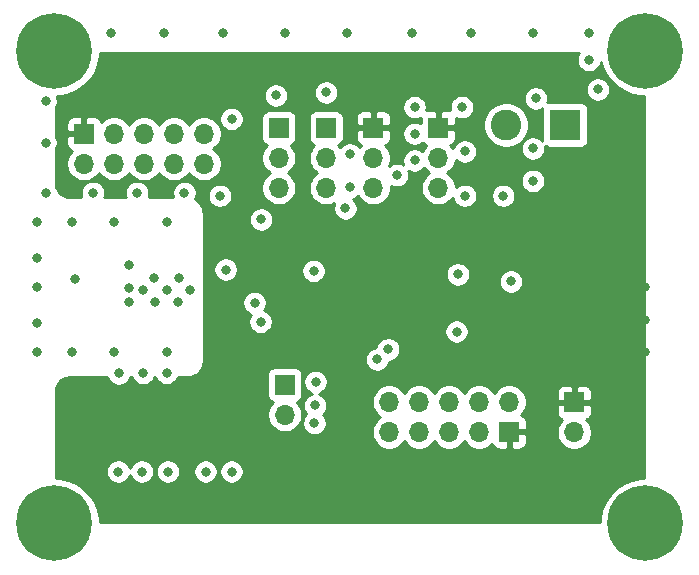
<source format=gbr>
%TF.GenerationSoftware,KiCad,Pcbnew,(5.1.10)-1*%
%TF.CreationDate,2021-08-23T16:31:20+01:00*%
%TF.ProjectId,Abhoinn_IoT_V3,4162686f-696e-46e5-9f49-6f545f56332e,rev?*%
%TF.SameCoordinates,Original*%
%TF.FileFunction,Copper,L3,Inr*%
%TF.FilePolarity,Positive*%
%FSLAX46Y46*%
G04 Gerber Fmt 4.6, Leading zero omitted, Abs format (unit mm)*
G04 Created by KiCad (PCBNEW (5.1.10)-1) date 2021-08-23 16:31:20*
%MOMM*%
%LPD*%
G01*
G04 APERTURE LIST*
%TA.AperFunction,ComponentPad*%
%ADD10O,1.700000X1.700000*%
%TD*%
%TA.AperFunction,ComponentPad*%
%ADD11R,1.700000X1.700000*%
%TD*%
%TA.AperFunction,ComponentPad*%
%ADD12C,2.600000*%
%TD*%
%TA.AperFunction,ComponentPad*%
%ADD13R,2.600000X2.600000*%
%TD*%
%TA.AperFunction,ComponentPad*%
%ADD14C,0.800000*%
%TD*%
%TA.AperFunction,ComponentPad*%
%ADD15C,6.400000*%
%TD*%
%TA.AperFunction,ViaPad*%
%ADD16C,0.800000*%
%TD*%
%TA.AperFunction,Conductor*%
%ADD17C,0.254000*%
%TD*%
%TA.AperFunction,Conductor*%
%ADD18C,0.100000*%
%TD*%
G04 APERTURE END LIST*
D10*
%TO.N,NRST*%
%TO.C,J3*%
X148340000Y-89710000D03*
%TO.N,GND*%
X148340000Y-92250000D03*
%TO.N,N/C*%
X150880000Y-89710000D03*
X150880000Y-92250000D03*
X153420000Y-89710000D03*
%TO.N,GND*%
X153420000Y-92250000D03*
%TO.N,SWCLK*%
X155960000Y-89710000D03*
%TO.N,GND*%
X155960000Y-92250000D03*
%TO.N,SWDIO*%
X158500000Y-89710000D03*
D11*
%TO.N,+3V3*%
X158500000Y-92250000D03*
%TD*%
D10*
%TO.N,GND*%
%TO.C,JP4*%
X152500000Y-71580000D03*
%TO.N,Net-(D4-Pad2)*%
X152500000Y-69040000D03*
D11*
%TO.N,+3V3*%
X152500000Y-66500000D03*
%TD*%
D10*
%TO.N,GND*%
%TO.C,JP3*%
X147000000Y-71580000D03*
%TO.N,DBG_EN*%
X147000000Y-69040000D03*
D11*
%TO.N,+3V3*%
X147000000Y-66500000D03*
%TD*%
D10*
%TO.N,LED_RX*%
%TO.C,JP2*%
X139000000Y-71580000D03*
%TO.N,RX_LED+DBG_DATA*%
X139000000Y-69040000D03*
D11*
%TO.N,TS_DBG_DATA*%
X139000000Y-66500000D03*
%TD*%
D10*
%TO.N,LED_TX*%
%TO.C,JP1*%
X143000000Y-71580000D03*
%TO.N,TX_LED+DBG_CLK*%
X143000000Y-69040000D03*
D11*
%TO.N,TS_DBG_CLK*%
X143000000Y-66500000D03*
%TD*%
D10*
%TO.N,LPUART1_TX*%
%TO.C,J2*%
X139500000Y-90790000D03*
D11*
%TO.N,LPUART1_RX*%
X139500000Y-88250000D03*
%TD*%
D10*
%TO.N,GND*%
%TO.C,J1*%
X164000000Y-92290000D03*
D11*
%TO.N,+3V3*%
X164000000Y-89750000D03*
%TD*%
D10*
%TO.N,RESET_N*%
%TO.C,J4*%
X132660000Y-69540000D03*
%TO.N,GND*%
X132660000Y-67000000D03*
%TO.N,N/C*%
X130120000Y-69540000D03*
X130120000Y-67000000D03*
X127580000Y-69540000D03*
%TO.N,GND*%
X127580000Y-67000000D03*
%TO.N,TS_DBG_CLK*%
X125040000Y-69540000D03*
%TO.N,GND*%
X125040000Y-67000000D03*
%TO.N,TS_DBG_DATA*%
X122500000Y-69540000D03*
D11*
%TO.N,+3V3*%
X122500000Y-67000000D03*
%TD*%
D12*
%TO.N,GND*%
%TO.C,J6*%
X158250000Y-66250000D03*
D13*
%TO.N,+5V*%
X163250000Y-66250000D03*
%TD*%
D14*
%TO.N,GND*%
%TO.C,H4*%
X121697056Y-58302944D03*
X120000000Y-57600000D03*
X118302944Y-58302944D03*
X117600000Y-60000000D03*
X118302944Y-61697056D03*
X120000000Y-62400000D03*
X121697056Y-61697056D03*
X122400000Y-60000000D03*
D15*
X120000000Y-60000000D03*
%TD*%
D14*
%TO.N,GND*%
%TO.C,H3*%
X121697056Y-98302944D03*
X120000000Y-97600000D03*
X118302944Y-98302944D03*
X117600000Y-100000000D03*
X118302944Y-101697056D03*
X120000000Y-102400000D03*
X121697056Y-101697056D03*
X122400000Y-100000000D03*
D15*
X120000000Y-100000000D03*
%TD*%
D14*
%TO.N,GND*%
%TO.C,H2*%
X171697056Y-98302944D03*
X170000000Y-97600000D03*
X168302944Y-98302944D03*
X167600000Y-100000000D03*
X168302944Y-101697056D03*
X170000000Y-102400000D03*
X171697056Y-101697056D03*
X172400000Y-100000000D03*
D15*
X170000000Y-100000000D03*
%TD*%
D14*
%TO.N,GND*%
%TO.C,H1*%
X171697056Y-58302944D03*
X170000000Y-57600000D03*
X168302944Y-58302944D03*
X167600000Y-60000000D03*
X168302944Y-61697056D03*
X170000000Y-62400000D03*
X171697056Y-61697056D03*
X172400000Y-60000000D03*
D15*
X170000000Y-60000000D03*
%TD*%
D16*
%TO.N,GND*%
X142070000Y-90000000D03*
X142102000Y-88000000D03*
X144626500Y-73326500D03*
X134500000Y-78500000D03*
X121718600Y-79308220D03*
X127500000Y-80250000D03*
X129500000Y-80250000D03*
X131500000Y-80250000D03*
X130550000Y-79250000D03*
X128450000Y-79250000D03*
X128500000Y-81250000D03*
X130500000Y-81250000D03*
X126325000Y-78075000D03*
X126300000Y-80050000D03*
X126275000Y-81225000D03*
X129500000Y-74500000D03*
X129500000Y-85500000D03*
X118500000Y-85500000D03*
X118500000Y-74500000D03*
X118500000Y-80000000D03*
X118500000Y-77500000D03*
X118500000Y-83000000D03*
X121500000Y-85500000D03*
X125000000Y-85500000D03*
X125000000Y-74500000D03*
X121500000Y-74500000D03*
X158650000Y-79500000D03*
X142000000Y-91500000D03*
X135000000Y-95600000D03*
X132800000Y-95600000D03*
X129600000Y-95600000D03*
X127400000Y-95600000D03*
X125400000Y-95600000D03*
X137500000Y-74250000D03*
X119250000Y-72000000D03*
X134000000Y-72250000D03*
X119250000Y-67750000D03*
X119250000Y-64250000D03*
X144750000Y-58500000D03*
X124750000Y-58500000D03*
X165250000Y-58500000D03*
X155250000Y-58500000D03*
X134250000Y-58500000D03*
X160500000Y-58500000D03*
X150250000Y-58500000D03*
X139500000Y-58500000D03*
X129250000Y-58500000D03*
X154750000Y-72250000D03*
X160500000Y-71000000D03*
X160750000Y-64000000D03*
X166000000Y-63250000D03*
X158000000Y-72250000D03*
X127000000Y-72000000D03*
X135000000Y-65750000D03*
X138750000Y-63750000D03*
X143000000Y-63500000D03*
X149000000Y-70500000D03*
X150500000Y-69250000D03*
X150500000Y-64750000D03*
X154500000Y-64750000D03*
X154750000Y-68500000D03*
X150500000Y-67000000D03*
X123250000Y-72000000D03*
X131000000Y-72000000D03*
X160500000Y-68250000D03*
X165250000Y-60750000D03*
X145000000Y-68750000D03*
X144999999Y-71500001D03*
%TO.N,+3V3*%
X141732000Y-74168000D03*
X145680000Y-88000000D03*
X145712000Y-90000000D03*
X133862500Y-73637500D03*
X145750000Y-91500000D03*
X140250000Y-74750000D03*
X158600000Y-81500000D03*
X162750000Y-78250000D03*
X170000000Y-80000000D03*
X170000000Y-85500000D03*
X170000000Y-82750000D03*
X157500000Y-85500000D03*
X164000000Y-85500000D03*
X167000000Y-85500000D03*
X160750000Y-85500000D03*
X164000000Y-80000000D03*
X167000000Y-80000000D03*
X157500000Y-83250000D03*
X157677040Y-77000000D03*
%TO.N,LED_RX*%
X125450000Y-87300000D03*
%TO.N,LED_TX*%
X127500000Y-87250000D03*
%TO.N,Net-(D4-Pad2)*%
X129500000Y-87250000D03*
%TO.N,LPUART1_TX*%
X136940000Y-81320000D03*
%TO.N,LPUART1_RX*%
X137460000Y-82920000D03*
%TO.N,PRESSURE_SDA*%
X148250000Y-85250000D03*
X154150000Y-78900000D03*
%TO.N,PRESSURE_SCL*%
X147320000Y-86106000D03*
X154050000Y-83750000D03*
%TO.N,NRST*%
X141932660Y-78610460D03*
%TD*%
D17*
%TO.N,+3V3*%
X164332795Y-60259744D02*
X164254774Y-60448102D01*
X164215000Y-60648061D01*
X164215000Y-60851939D01*
X164254774Y-61051898D01*
X164332795Y-61240256D01*
X164446063Y-61409774D01*
X164590226Y-61553937D01*
X164759744Y-61667205D01*
X164948102Y-61745226D01*
X165148061Y-61785000D01*
X165351939Y-61785000D01*
X165551898Y-61745226D01*
X165740256Y-61667205D01*
X165909774Y-61553937D01*
X166053937Y-61409774D01*
X166167205Y-61240256D01*
X166245226Y-61051898D01*
X166272165Y-60916467D01*
X166312377Y-61118628D01*
X166601467Y-61816554D01*
X167021161Y-62444670D01*
X167555330Y-62978839D01*
X168183446Y-63398533D01*
X168881372Y-63687623D01*
X169622285Y-63835000D01*
X169873000Y-63835000D01*
X169873000Y-96165000D01*
X169622285Y-96165000D01*
X168881372Y-96312377D01*
X168183446Y-96601467D01*
X167555330Y-97021161D01*
X167021161Y-97555330D01*
X166601467Y-98183446D01*
X166312377Y-98881372D01*
X166165000Y-99622285D01*
X166165000Y-99873000D01*
X123835000Y-99873000D01*
X123835000Y-99622285D01*
X123687623Y-98881372D01*
X123398533Y-98183446D01*
X122978839Y-97555330D01*
X122444670Y-97021161D01*
X121816554Y-96601467D01*
X121118628Y-96312377D01*
X120377715Y-96165000D01*
X120127000Y-96165000D01*
X120127000Y-95498061D01*
X124365000Y-95498061D01*
X124365000Y-95701939D01*
X124404774Y-95901898D01*
X124482795Y-96090256D01*
X124596063Y-96259774D01*
X124740226Y-96403937D01*
X124909744Y-96517205D01*
X125098102Y-96595226D01*
X125298061Y-96635000D01*
X125501939Y-96635000D01*
X125701898Y-96595226D01*
X125890256Y-96517205D01*
X126059774Y-96403937D01*
X126203937Y-96259774D01*
X126317205Y-96090256D01*
X126395226Y-95901898D01*
X126400000Y-95877897D01*
X126404774Y-95901898D01*
X126482795Y-96090256D01*
X126596063Y-96259774D01*
X126740226Y-96403937D01*
X126909744Y-96517205D01*
X127098102Y-96595226D01*
X127298061Y-96635000D01*
X127501939Y-96635000D01*
X127701898Y-96595226D01*
X127890256Y-96517205D01*
X128059774Y-96403937D01*
X128203937Y-96259774D01*
X128317205Y-96090256D01*
X128395226Y-95901898D01*
X128435000Y-95701939D01*
X128435000Y-95498061D01*
X128565000Y-95498061D01*
X128565000Y-95701939D01*
X128604774Y-95901898D01*
X128682795Y-96090256D01*
X128796063Y-96259774D01*
X128940226Y-96403937D01*
X129109744Y-96517205D01*
X129298102Y-96595226D01*
X129498061Y-96635000D01*
X129701939Y-96635000D01*
X129901898Y-96595226D01*
X130090256Y-96517205D01*
X130259774Y-96403937D01*
X130403937Y-96259774D01*
X130517205Y-96090256D01*
X130595226Y-95901898D01*
X130635000Y-95701939D01*
X130635000Y-95498061D01*
X131765000Y-95498061D01*
X131765000Y-95701939D01*
X131804774Y-95901898D01*
X131882795Y-96090256D01*
X131996063Y-96259774D01*
X132140226Y-96403937D01*
X132309744Y-96517205D01*
X132498102Y-96595226D01*
X132698061Y-96635000D01*
X132901939Y-96635000D01*
X133101898Y-96595226D01*
X133290256Y-96517205D01*
X133459774Y-96403937D01*
X133603937Y-96259774D01*
X133717205Y-96090256D01*
X133795226Y-95901898D01*
X133835000Y-95701939D01*
X133835000Y-95498061D01*
X133965000Y-95498061D01*
X133965000Y-95701939D01*
X134004774Y-95901898D01*
X134082795Y-96090256D01*
X134196063Y-96259774D01*
X134340226Y-96403937D01*
X134509744Y-96517205D01*
X134698102Y-96595226D01*
X134898061Y-96635000D01*
X135101939Y-96635000D01*
X135301898Y-96595226D01*
X135490256Y-96517205D01*
X135659774Y-96403937D01*
X135803937Y-96259774D01*
X135917205Y-96090256D01*
X135995226Y-95901898D01*
X136035000Y-95701939D01*
X136035000Y-95498061D01*
X135995226Y-95298102D01*
X135917205Y-95109744D01*
X135803937Y-94940226D01*
X135659774Y-94796063D01*
X135490256Y-94682795D01*
X135301898Y-94604774D01*
X135101939Y-94565000D01*
X134898061Y-94565000D01*
X134698102Y-94604774D01*
X134509744Y-94682795D01*
X134340226Y-94796063D01*
X134196063Y-94940226D01*
X134082795Y-95109744D01*
X134004774Y-95298102D01*
X133965000Y-95498061D01*
X133835000Y-95498061D01*
X133795226Y-95298102D01*
X133717205Y-95109744D01*
X133603937Y-94940226D01*
X133459774Y-94796063D01*
X133290256Y-94682795D01*
X133101898Y-94604774D01*
X132901939Y-94565000D01*
X132698061Y-94565000D01*
X132498102Y-94604774D01*
X132309744Y-94682795D01*
X132140226Y-94796063D01*
X131996063Y-94940226D01*
X131882795Y-95109744D01*
X131804774Y-95298102D01*
X131765000Y-95498061D01*
X130635000Y-95498061D01*
X130595226Y-95298102D01*
X130517205Y-95109744D01*
X130403937Y-94940226D01*
X130259774Y-94796063D01*
X130090256Y-94682795D01*
X129901898Y-94604774D01*
X129701939Y-94565000D01*
X129498061Y-94565000D01*
X129298102Y-94604774D01*
X129109744Y-94682795D01*
X128940226Y-94796063D01*
X128796063Y-94940226D01*
X128682795Y-95109744D01*
X128604774Y-95298102D01*
X128565000Y-95498061D01*
X128435000Y-95498061D01*
X128395226Y-95298102D01*
X128317205Y-95109744D01*
X128203937Y-94940226D01*
X128059774Y-94796063D01*
X127890256Y-94682795D01*
X127701898Y-94604774D01*
X127501939Y-94565000D01*
X127298061Y-94565000D01*
X127098102Y-94604774D01*
X126909744Y-94682795D01*
X126740226Y-94796063D01*
X126596063Y-94940226D01*
X126482795Y-95109744D01*
X126404774Y-95298102D01*
X126400000Y-95322103D01*
X126395226Y-95298102D01*
X126317205Y-95109744D01*
X126203937Y-94940226D01*
X126059774Y-94796063D01*
X125890256Y-94682795D01*
X125701898Y-94604774D01*
X125501939Y-94565000D01*
X125298061Y-94565000D01*
X125098102Y-94604774D01*
X124909744Y-94682795D01*
X124740226Y-94796063D01*
X124596063Y-94940226D01*
X124482795Y-95109744D01*
X124404774Y-95298102D01*
X124365000Y-95498061D01*
X120127000Y-95498061D01*
X120127000Y-88755548D01*
X120144539Y-88555078D01*
X120195182Y-88366074D01*
X120277873Y-88188742D01*
X120390100Y-88028465D01*
X120528465Y-87890100D01*
X120688742Y-87777873D01*
X120866074Y-87695182D01*
X121055078Y-87644539D01*
X121255548Y-87627000D01*
X124465172Y-87627000D01*
X124532795Y-87790256D01*
X124646063Y-87959774D01*
X124790226Y-88103937D01*
X124959744Y-88217205D01*
X125148102Y-88295226D01*
X125348061Y-88335000D01*
X125551939Y-88335000D01*
X125751898Y-88295226D01*
X125940256Y-88217205D01*
X126109774Y-88103937D01*
X126253937Y-87959774D01*
X126367205Y-87790256D01*
X126434828Y-87627000D01*
X126535882Y-87627000D01*
X126582795Y-87740256D01*
X126696063Y-87909774D01*
X126840226Y-88053937D01*
X127009744Y-88167205D01*
X127198102Y-88245226D01*
X127398061Y-88285000D01*
X127601939Y-88285000D01*
X127801898Y-88245226D01*
X127990256Y-88167205D01*
X128159774Y-88053937D01*
X128303937Y-87909774D01*
X128417205Y-87740256D01*
X128464118Y-87627000D01*
X128535882Y-87627000D01*
X128582795Y-87740256D01*
X128696063Y-87909774D01*
X128840226Y-88053937D01*
X129009744Y-88167205D01*
X129198102Y-88245226D01*
X129398061Y-88285000D01*
X129601939Y-88285000D01*
X129801898Y-88245226D01*
X129990256Y-88167205D01*
X130159774Y-88053937D01*
X130303937Y-87909774D01*
X130417205Y-87740256D01*
X130464118Y-87627000D01*
X131250000Y-87627000D01*
X131261069Y-87626517D01*
X131478129Y-87607527D01*
X131499930Y-87603683D01*
X131710395Y-87547289D01*
X131731197Y-87539717D01*
X131928672Y-87447633D01*
X131947844Y-87436564D01*
X132000063Y-87400000D01*
X138011928Y-87400000D01*
X138011928Y-89100000D01*
X138024188Y-89224482D01*
X138060498Y-89344180D01*
X138119463Y-89454494D01*
X138198815Y-89551185D01*
X138295506Y-89630537D01*
X138405820Y-89689502D01*
X138478380Y-89711513D01*
X138346525Y-89843368D01*
X138184010Y-90086589D01*
X138072068Y-90356842D01*
X138015000Y-90643740D01*
X138015000Y-90936260D01*
X138072068Y-91223158D01*
X138184010Y-91493411D01*
X138346525Y-91736632D01*
X138553368Y-91943475D01*
X138796589Y-92105990D01*
X139066842Y-92217932D01*
X139353740Y-92275000D01*
X139646260Y-92275000D01*
X139933158Y-92217932D01*
X140203411Y-92105990D01*
X140446632Y-91943475D01*
X140653475Y-91736632D01*
X140815990Y-91493411D01*
X140855485Y-91398061D01*
X140965000Y-91398061D01*
X140965000Y-91601939D01*
X141004774Y-91801898D01*
X141082795Y-91990256D01*
X141196063Y-92159774D01*
X141340226Y-92303937D01*
X141509744Y-92417205D01*
X141698102Y-92495226D01*
X141898061Y-92535000D01*
X142101939Y-92535000D01*
X142301898Y-92495226D01*
X142490256Y-92417205D01*
X142659774Y-92303937D01*
X142803937Y-92159774D01*
X142917205Y-91990256D01*
X142995226Y-91801898D01*
X143035000Y-91601939D01*
X143035000Y-91398061D01*
X142995226Y-91198102D01*
X142917205Y-91009744D01*
X142803937Y-90840226D01*
X142748711Y-90785000D01*
X142873937Y-90659774D01*
X142987205Y-90490256D01*
X143065226Y-90301898D01*
X143105000Y-90101939D01*
X143105000Y-89898061D01*
X143065226Y-89698102D01*
X143009572Y-89563740D01*
X146855000Y-89563740D01*
X146855000Y-89856260D01*
X146912068Y-90143158D01*
X147024010Y-90413411D01*
X147186525Y-90656632D01*
X147393368Y-90863475D01*
X147567760Y-90980000D01*
X147393368Y-91096525D01*
X147186525Y-91303368D01*
X147024010Y-91546589D01*
X146912068Y-91816842D01*
X146855000Y-92103740D01*
X146855000Y-92396260D01*
X146912068Y-92683158D01*
X147024010Y-92953411D01*
X147186525Y-93196632D01*
X147393368Y-93403475D01*
X147636589Y-93565990D01*
X147906842Y-93677932D01*
X148193740Y-93735000D01*
X148486260Y-93735000D01*
X148773158Y-93677932D01*
X149043411Y-93565990D01*
X149286632Y-93403475D01*
X149493475Y-93196632D01*
X149610000Y-93022240D01*
X149726525Y-93196632D01*
X149933368Y-93403475D01*
X150176589Y-93565990D01*
X150446842Y-93677932D01*
X150733740Y-93735000D01*
X151026260Y-93735000D01*
X151313158Y-93677932D01*
X151583411Y-93565990D01*
X151826632Y-93403475D01*
X152033475Y-93196632D01*
X152150000Y-93022240D01*
X152266525Y-93196632D01*
X152473368Y-93403475D01*
X152716589Y-93565990D01*
X152986842Y-93677932D01*
X153273740Y-93735000D01*
X153566260Y-93735000D01*
X153853158Y-93677932D01*
X154123411Y-93565990D01*
X154366632Y-93403475D01*
X154573475Y-93196632D01*
X154690000Y-93022240D01*
X154806525Y-93196632D01*
X155013368Y-93403475D01*
X155256589Y-93565990D01*
X155526842Y-93677932D01*
X155813740Y-93735000D01*
X156106260Y-93735000D01*
X156393158Y-93677932D01*
X156663411Y-93565990D01*
X156906632Y-93403475D01*
X157038487Y-93271620D01*
X157060498Y-93344180D01*
X157119463Y-93454494D01*
X157198815Y-93551185D01*
X157295506Y-93630537D01*
X157405820Y-93689502D01*
X157525518Y-93725812D01*
X157650000Y-93738072D01*
X158214250Y-93735000D01*
X158373000Y-93576250D01*
X158373000Y-92377000D01*
X158627000Y-92377000D01*
X158627000Y-93576250D01*
X158785750Y-93735000D01*
X159350000Y-93738072D01*
X159474482Y-93725812D01*
X159594180Y-93689502D01*
X159704494Y-93630537D01*
X159801185Y-93551185D01*
X159880537Y-93454494D01*
X159939502Y-93344180D01*
X159975812Y-93224482D01*
X159988072Y-93100000D01*
X159985000Y-92535750D01*
X159826250Y-92377000D01*
X158627000Y-92377000D01*
X158373000Y-92377000D01*
X158353000Y-92377000D01*
X158353000Y-92123000D01*
X158373000Y-92123000D01*
X158373000Y-92103000D01*
X158627000Y-92103000D01*
X158627000Y-92123000D01*
X159826250Y-92123000D01*
X159985000Y-91964250D01*
X159988072Y-91400000D01*
X159975812Y-91275518D01*
X159939502Y-91155820D01*
X159880537Y-91045506D01*
X159801185Y-90948815D01*
X159704494Y-90869463D01*
X159594180Y-90810498D01*
X159521620Y-90788487D01*
X159653475Y-90656632D01*
X159691315Y-90600000D01*
X162511928Y-90600000D01*
X162524188Y-90724482D01*
X162560498Y-90844180D01*
X162619463Y-90954494D01*
X162698815Y-91051185D01*
X162795506Y-91130537D01*
X162905820Y-91189502D01*
X162978380Y-91211513D01*
X162846525Y-91343368D01*
X162684010Y-91586589D01*
X162572068Y-91856842D01*
X162515000Y-92143740D01*
X162515000Y-92436260D01*
X162572068Y-92723158D01*
X162684010Y-92993411D01*
X162846525Y-93236632D01*
X163053368Y-93443475D01*
X163296589Y-93605990D01*
X163566842Y-93717932D01*
X163853740Y-93775000D01*
X164146260Y-93775000D01*
X164433158Y-93717932D01*
X164703411Y-93605990D01*
X164946632Y-93443475D01*
X165153475Y-93236632D01*
X165315990Y-92993411D01*
X165427932Y-92723158D01*
X165485000Y-92436260D01*
X165485000Y-92143740D01*
X165427932Y-91856842D01*
X165315990Y-91586589D01*
X165153475Y-91343368D01*
X165021620Y-91211513D01*
X165094180Y-91189502D01*
X165204494Y-91130537D01*
X165301185Y-91051185D01*
X165380537Y-90954494D01*
X165439502Y-90844180D01*
X165475812Y-90724482D01*
X165488072Y-90600000D01*
X165485000Y-90035750D01*
X165326250Y-89877000D01*
X164127000Y-89877000D01*
X164127000Y-89897000D01*
X163873000Y-89897000D01*
X163873000Y-89877000D01*
X162673750Y-89877000D01*
X162515000Y-90035750D01*
X162511928Y-90600000D01*
X159691315Y-90600000D01*
X159815990Y-90413411D01*
X159927932Y-90143158D01*
X159985000Y-89856260D01*
X159985000Y-89563740D01*
X159927932Y-89276842D01*
X159815990Y-89006589D01*
X159744770Y-88900000D01*
X162511928Y-88900000D01*
X162515000Y-89464250D01*
X162673750Y-89623000D01*
X163873000Y-89623000D01*
X163873000Y-88423750D01*
X164127000Y-88423750D01*
X164127000Y-89623000D01*
X165326250Y-89623000D01*
X165485000Y-89464250D01*
X165488072Y-88900000D01*
X165475812Y-88775518D01*
X165439502Y-88655820D01*
X165380537Y-88545506D01*
X165301185Y-88448815D01*
X165204494Y-88369463D01*
X165094180Y-88310498D01*
X164974482Y-88274188D01*
X164850000Y-88261928D01*
X164285750Y-88265000D01*
X164127000Y-88423750D01*
X163873000Y-88423750D01*
X163714250Y-88265000D01*
X163150000Y-88261928D01*
X163025518Y-88274188D01*
X162905820Y-88310498D01*
X162795506Y-88369463D01*
X162698815Y-88448815D01*
X162619463Y-88545506D01*
X162560498Y-88655820D01*
X162524188Y-88775518D01*
X162511928Y-88900000D01*
X159744770Y-88900000D01*
X159653475Y-88763368D01*
X159446632Y-88556525D01*
X159203411Y-88394010D01*
X158933158Y-88282068D01*
X158646260Y-88225000D01*
X158353740Y-88225000D01*
X158066842Y-88282068D01*
X157796589Y-88394010D01*
X157553368Y-88556525D01*
X157346525Y-88763368D01*
X157230000Y-88937760D01*
X157113475Y-88763368D01*
X156906632Y-88556525D01*
X156663411Y-88394010D01*
X156393158Y-88282068D01*
X156106260Y-88225000D01*
X155813740Y-88225000D01*
X155526842Y-88282068D01*
X155256589Y-88394010D01*
X155013368Y-88556525D01*
X154806525Y-88763368D01*
X154690000Y-88937760D01*
X154573475Y-88763368D01*
X154366632Y-88556525D01*
X154123411Y-88394010D01*
X153853158Y-88282068D01*
X153566260Y-88225000D01*
X153273740Y-88225000D01*
X152986842Y-88282068D01*
X152716589Y-88394010D01*
X152473368Y-88556525D01*
X152266525Y-88763368D01*
X152150000Y-88937760D01*
X152033475Y-88763368D01*
X151826632Y-88556525D01*
X151583411Y-88394010D01*
X151313158Y-88282068D01*
X151026260Y-88225000D01*
X150733740Y-88225000D01*
X150446842Y-88282068D01*
X150176589Y-88394010D01*
X149933368Y-88556525D01*
X149726525Y-88763368D01*
X149610000Y-88937760D01*
X149493475Y-88763368D01*
X149286632Y-88556525D01*
X149043411Y-88394010D01*
X148773158Y-88282068D01*
X148486260Y-88225000D01*
X148193740Y-88225000D01*
X147906842Y-88282068D01*
X147636589Y-88394010D01*
X147393368Y-88556525D01*
X147186525Y-88763368D01*
X147024010Y-89006589D01*
X146912068Y-89276842D01*
X146855000Y-89563740D01*
X143009572Y-89563740D01*
X142987205Y-89509744D01*
X142873937Y-89340226D01*
X142729774Y-89196063D01*
X142560256Y-89082795D01*
X142371898Y-89004774D01*
X142363897Y-89003183D01*
X142403898Y-88995226D01*
X142592256Y-88917205D01*
X142761774Y-88803937D01*
X142905937Y-88659774D01*
X143019205Y-88490256D01*
X143097226Y-88301898D01*
X143137000Y-88101939D01*
X143137000Y-87898061D01*
X143097226Y-87698102D01*
X143019205Y-87509744D01*
X142905937Y-87340226D01*
X142761774Y-87196063D01*
X142592256Y-87082795D01*
X142403898Y-87004774D01*
X142203939Y-86965000D01*
X142000061Y-86965000D01*
X141800102Y-87004774D01*
X141611744Y-87082795D01*
X141442226Y-87196063D01*
X141298063Y-87340226D01*
X141184795Y-87509744D01*
X141106774Y-87698102D01*
X141067000Y-87898061D01*
X141067000Y-88101939D01*
X141106774Y-88301898D01*
X141184795Y-88490256D01*
X141298063Y-88659774D01*
X141442226Y-88803937D01*
X141611744Y-88917205D01*
X141800102Y-88995226D01*
X141808103Y-88996817D01*
X141768102Y-89004774D01*
X141579744Y-89082795D01*
X141410226Y-89196063D01*
X141266063Y-89340226D01*
X141152795Y-89509744D01*
X141074774Y-89698102D01*
X141035000Y-89898061D01*
X141035000Y-90101939D01*
X141074774Y-90301898D01*
X141152795Y-90490256D01*
X141266063Y-90659774D01*
X141321289Y-90715000D01*
X141196063Y-90840226D01*
X141082795Y-91009744D01*
X141004774Y-91198102D01*
X140965000Y-91398061D01*
X140855485Y-91398061D01*
X140927932Y-91223158D01*
X140985000Y-90936260D01*
X140985000Y-90643740D01*
X140927932Y-90356842D01*
X140815990Y-90086589D01*
X140653475Y-89843368D01*
X140521620Y-89711513D01*
X140594180Y-89689502D01*
X140704494Y-89630537D01*
X140801185Y-89551185D01*
X140880537Y-89454494D01*
X140939502Y-89344180D01*
X140975812Y-89224482D01*
X140988072Y-89100000D01*
X140988072Y-87400000D01*
X140975812Y-87275518D01*
X140939502Y-87155820D01*
X140880537Y-87045506D01*
X140801185Y-86948815D01*
X140704494Y-86869463D01*
X140594180Y-86810498D01*
X140474482Y-86774188D01*
X140350000Y-86761928D01*
X138650000Y-86761928D01*
X138525518Y-86774188D01*
X138405820Y-86810498D01*
X138295506Y-86869463D01*
X138198815Y-86948815D01*
X138119463Y-87045506D01*
X138060498Y-87155820D01*
X138024188Y-87275518D01*
X138011928Y-87400000D01*
X132000063Y-87400000D01*
X132126329Y-87311588D01*
X132143288Y-87297359D01*
X132297359Y-87143288D01*
X132311588Y-87126329D01*
X132436564Y-86947844D01*
X132447633Y-86928672D01*
X132539717Y-86731197D01*
X132547289Y-86710395D01*
X132603683Y-86499930D01*
X132607527Y-86478129D01*
X132626517Y-86261069D01*
X132627000Y-86250000D01*
X132627000Y-86004061D01*
X146285000Y-86004061D01*
X146285000Y-86207939D01*
X146324774Y-86407898D01*
X146402795Y-86596256D01*
X146516063Y-86765774D01*
X146660226Y-86909937D01*
X146829744Y-87023205D01*
X147018102Y-87101226D01*
X147218061Y-87141000D01*
X147421939Y-87141000D01*
X147621898Y-87101226D01*
X147810256Y-87023205D01*
X147979774Y-86909937D01*
X148123937Y-86765774D01*
X148237205Y-86596256D01*
X148315226Y-86407898D01*
X148339672Y-86285000D01*
X148351939Y-86285000D01*
X148551898Y-86245226D01*
X148740256Y-86167205D01*
X148909774Y-86053937D01*
X149053937Y-85909774D01*
X149167205Y-85740256D01*
X149245226Y-85551898D01*
X149285000Y-85351939D01*
X149285000Y-85148061D01*
X149245226Y-84948102D01*
X149167205Y-84759744D01*
X149053937Y-84590226D01*
X148909774Y-84446063D01*
X148740256Y-84332795D01*
X148551898Y-84254774D01*
X148351939Y-84215000D01*
X148148061Y-84215000D01*
X147948102Y-84254774D01*
X147759744Y-84332795D01*
X147590226Y-84446063D01*
X147446063Y-84590226D01*
X147332795Y-84759744D01*
X147254774Y-84948102D01*
X147230328Y-85071000D01*
X147218061Y-85071000D01*
X147018102Y-85110774D01*
X146829744Y-85188795D01*
X146660226Y-85302063D01*
X146516063Y-85446226D01*
X146402795Y-85615744D01*
X146324774Y-85804102D01*
X146285000Y-86004061D01*
X132627000Y-86004061D01*
X132627000Y-81218061D01*
X135905000Y-81218061D01*
X135905000Y-81421939D01*
X135944774Y-81621898D01*
X136022795Y-81810256D01*
X136136063Y-81979774D01*
X136280226Y-82123937D01*
X136449744Y-82237205D01*
X136623386Y-82309130D01*
X136542795Y-82429744D01*
X136464774Y-82618102D01*
X136425000Y-82818061D01*
X136425000Y-83021939D01*
X136464774Y-83221898D01*
X136542795Y-83410256D01*
X136656063Y-83579774D01*
X136800226Y-83723937D01*
X136969744Y-83837205D01*
X137158102Y-83915226D01*
X137358061Y-83955000D01*
X137561939Y-83955000D01*
X137761898Y-83915226D01*
X137950256Y-83837205D01*
X138119774Y-83723937D01*
X138195650Y-83648061D01*
X153015000Y-83648061D01*
X153015000Y-83851939D01*
X153054774Y-84051898D01*
X153132795Y-84240256D01*
X153246063Y-84409774D01*
X153390226Y-84553937D01*
X153559744Y-84667205D01*
X153748102Y-84745226D01*
X153948061Y-84785000D01*
X154151939Y-84785000D01*
X154351898Y-84745226D01*
X154540256Y-84667205D01*
X154709774Y-84553937D01*
X154853937Y-84409774D01*
X154967205Y-84240256D01*
X155045226Y-84051898D01*
X155085000Y-83851939D01*
X155085000Y-83648061D01*
X155045226Y-83448102D01*
X154967205Y-83259744D01*
X154853937Y-83090226D01*
X154709774Y-82946063D01*
X154540256Y-82832795D01*
X154351898Y-82754774D01*
X154151939Y-82715000D01*
X153948061Y-82715000D01*
X153748102Y-82754774D01*
X153559744Y-82832795D01*
X153390226Y-82946063D01*
X153246063Y-83090226D01*
X153132795Y-83259744D01*
X153054774Y-83448102D01*
X153015000Y-83648061D01*
X138195650Y-83648061D01*
X138263937Y-83579774D01*
X138377205Y-83410256D01*
X138455226Y-83221898D01*
X138495000Y-83021939D01*
X138495000Y-82818061D01*
X138455226Y-82618102D01*
X138377205Y-82429744D01*
X138263937Y-82260226D01*
X138119774Y-82116063D01*
X137950256Y-82002795D01*
X137776614Y-81930870D01*
X137857205Y-81810256D01*
X137935226Y-81621898D01*
X137975000Y-81421939D01*
X137975000Y-81218061D01*
X137935226Y-81018102D01*
X137857205Y-80829744D01*
X137743937Y-80660226D01*
X137599774Y-80516063D01*
X137430256Y-80402795D01*
X137241898Y-80324774D01*
X137041939Y-80285000D01*
X136838061Y-80285000D01*
X136638102Y-80324774D01*
X136449744Y-80402795D01*
X136280226Y-80516063D01*
X136136063Y-80660226D01*
X136022795Y-80829744D01*
X135944774Y-81018102D01*
X135905000Y-81218061D01*
X132627000Y-81218061D01*
X132627000Y-78398061D01*
X133465000Y-78398061D01*
X133465000Y-78601939D01*
X133504774Y-78801898D01*
X133582795Y-78990256D01*
X133696063Y-79159774D01*
X133840226Y-79303937D01*
X134009744Y-79417205D01*
X134198102Y-79495226D01*
X134398061Y-79535000D01*
X134601939Y-79535000D01*
X134801898Y-79495226D01*
X134990256Y-79417205D01*
X135159774Y-79303937D01*
X135303937Y-79159774D01*
X135417205Y-78990256D01*
X135495226Y-78801898D01*
X135535000Y-78601939D01*
X135535000Y-78508521D01*
X140897660Y-78508521D01*
X140897660Y-78712399D01*
X140937434Y-78912358D01*
X141015455Y-79100716D01*
X141128723Y-79270234D01*
X141272886Y-79414397D01*
X141442404Y-79527665D01*
X141630762Y-79605686D01*
X141830721Y-79645460D01*
X142034599Y-79645460D01*
X142234558Y-79605686D01*
X142422916Y-79527665D01*
X142592434Y-79414397D01*
X142736597Y-79270234D01*
X142849865Y-79100716D01*
X142927886Y-78912358D01*
X142950620Y-78798061D01*
X153115000Y-78798061D01*
X153115000Y-79001939D01*
X153154774Y-79201898D01*
X153232795Y-79390256D01*
X153346063Y-79559774D01*
X153490226Y-79703937D01*
X153659744Y-79817205D01*
X153848102Y-79895226D01*
X154048061Y-79935000D01*
X154251939Y-79935000D01*
X154451898Y-79895226D01*
X154640256Y-79817205D01*
X154809774Y-79703937D01*
X154953937Y-79559774D01*
X155061989Y-79398061D01*
X157615000Y-79398061D01*
X157615000Y-79601939D01*
X157654774Y-79801898D01*
X157732795Y-79990256D01*
X157846063Y-80159774D01*
X157990226Y-80303937D01*
X158159744Y-80417205D01*
X158348102Y-80495226D01*
X158548061Y-80535000D01*
X158751939Y-80535000D01*
X158951898Y-80495226D01*
X159140256Y-80417205D01*
X159309774Y-80303937D01*
X159453937Y-80159774D01*
X159567205Y-79990256D01*
X159645226Y-79801898D01*
X159685000Y-79601939D01*
X159685000Y-79398061D01*
X159645226Y-79198102D01*
X159567205Y-79009744D01*
X159453937Y-78840226D01*
X159309774Y-78696063D01*
X159140256Y-78582795D01*
X158951898Y-78504774D01*
X158751939Y-78465000D01*
X158548061Y-78465000D01*
X158348102Y-78504774D01*
X158159744Y-78582795D01*
X157990226Y-78696063D01*
X157846063Y-78840226D01*
X157732795Y-79009744D01*
X157654774Y-79198102D01*
X157615000Y-79398061D01*
X155061989Y-79398061D01*
X155067205Y-79390256D01*
X155145226Y-79201898D01*
X155185000Y-79001939D01*
X155185000Y-78798061D01*
X155145226Y-78598102D01*
X155067205Y-78409744D01*
X154953937Y-78240226D01*
X154809774Y-78096063D01*
X154640256Y-77982795D01*
X154451898Y-77904774D01*
X154251939Y-77865000D01*
X154048061Y-77865000D01*
X153848102Y-77904774D01*
X153659744Y-77982795D01*
X153490226Y-78096063D01*
X153346063Y-78240226D01*
X153232795Y-78409744D01*
X153154774Y-78598102D01*
X153115000Y-78798061D01*
X142950620Y-78798061D01*
X142967660Y-78712399D01*
X142967660Y-78508521D01*
X142927886Y-78308562D01*
X142849865Y-78120204D01*
X142736597Y-77950686D01*
X142592434Y-77806523D01*
X142422916Y-77693255D01*
X142234558Y-77615234D01*
X142034599Y-77575460D01*
X141830721Y-77575460D01*
X141630762Y-77615234D01*
X141442404Y-77693255D01*
X141272886Y-77806523D01*
X141128723Y-77950686D01*
X141015455Y-78120204D01*
X140937434Y-78308562D01*
X140897660Y-78508521D01*
X135535000Y-78508521D01*
X135535000Y-78398061D01*
X135495226Y-78198102D01*
X135417205Y-78009744D01*
X135303937Y-77840226D01*
X135159774Y-77696063D01*
X134990256Y-77582795D01*
X134801898Y-77504774D01*
X134601939Y-77465000D01*
X134398061Y-77465000D01*
X134198102Y-77504774D01*
X134009744Y-77582795D01*
X133840226Y-77696063D01*
X133696063Y-77840226D01*
X133582795Y-78009744D01*
X133504774Y-78198102D01*
X133465000Y-78398061D01*
X132627000Y-78398061D01*
X132627000Y-74148061D01*
X136465000Y-74148061D01*
X136465000Y-74351939D01*
X136504774Y-74551898D01*
X136582795Y-74740256D01*
X136696063Y-74909774D01*
X136840226Y-75053937D01*
X137009744Y-75167205D01*
X137198102Y-75245226D01*
X137398061Y-75285000D01*
X137601939Y-75285000D01*
X137801898Y-75245226D01*
X137990256Y-75167205D01*
X138159774Y-75053937D01*
X138303937Y-74909774D01*
X138417205Y-74740256D01*
X138495226Y-74551898D01*
X138535000Y-74351939D01*
X138535000Y-74148061D01*
X138495226Y-73948102D01*
X138417205Y-73759744D01*
X138303937Y-73590226D01*
X138159774Y-73446063D01*
X137990256Y-73332795D01*
X137801898Y-73254774D01*
X137601939Y-73215000D01*
X137398061Y-73215000D01*
X137198102Y-73254774D01*
X137009744Y-73332795D01*
X136840226Y-73446063D01*
X136696063Y-73590226D01*
X136582795Y-73759744D01*
X136504774Y-73948102D01*
X136465000Y-74148061D01*
X132627000Y-74148061D01*
X132627000Y-73750000D01*
X132626517Y-73738931D01*
X132607527Y-73521871D01*
X132603683Y-73500070D01*
X132547289Y-73289605D01*
X132539717Y-73268803D01*
X132447633Y-73071328D01*
X132436564Y-73052156D01*
X132311588Y-72873671D01*
X132297359Y-72856712D01*
X132143288Y-72702641D01*
X132126329Y-72688412D01*
X131947844Y-72563436D01*
X131928672Y-72552367D01*
X131888287Y-72533535D01*
X131917205Y-72490256D01*
X131995226Y-72301898D01*
X132025825Y-72148061D01*
X132965000Y-72148061D01*
X132965000Y-72351939D01*
X133004774Y-72551898D01*
X133082795Y-72740256D01*
X133196063Y-72909774D01*
X133340226Y-73053937D01*
X133509744Y-73167205D01*
X133698102Y-73245226D01*
X133898061Y-73285000D01*
X134101939Y-73285000D01*
X134301898Y-73245226D01*
X134490256Y-73167205D01*
X134659774Y-73053937D01*
X134803937Y-72909774D01*
X134917205Y-72740256D01*
X134995226Y-72551898D01*
X135035000Y-72351939D01*
X135035000Y-72148061D01*
X134995226Y-71948102D01*
X134917205Y-71759744D01*
X134803937Y-71590226D01*
X134659774Y-71446063D01*
X134490256Y-71332795D01*
X134301898Y-71254774D01*
X134101939Y-71215000D01*
X133898061Y-71215000D01*
X133698102Y-71254774D01*
X133509744Y-71332795D01*
X133340226Y-71446063D01*
X133196063Y-71590226D01*
X133082795Y-71759744D01*
X133004774Y-71948102D01*
X132965000Y-72148061D01*
X132025825Y-72148061D01*
X132035000Y-72101939D01*
X132035000Y-71898061D01*
X131995226Y-71698102D01*
X131917205Y-71509744D01*
X131803937Y-71340226D01*
X131659774Y-71196063D01*
X131490256Y-71082795D01*
X131301898Y-71004774D01*
X131101939Y-70965000D01*
X130898061Y-70965000D01*
X130698102Y-71004774D01*
X130509744Y-71082795D01*
X130340226Y-71196063D01*
X130196063Y-71340226D01*
X130082795Y-71509744D01*
X130004774Y-71698102D01*
X129965000Y-71898061D01*
X129965000Y-72101939D01*
X130004774Y-72301898D01*
X130034226Y-72373000D01*
X127965774Y-72373000D01*
X127995226Y-72301898D01*
X128035000Y-72101939D01*
X128035000Y-71898061D01*
X127995226Y-71698102D01*
X127917205Y-71509744D01*
X127803937Y-71340226D01*
X127659774Y-71196063D01*
X127490256Y-71082795D01*
X127301898Y-71004774D01*
X127101939Y-70965000D01*
X126898061Y-70965000D01*
X126698102Y-71004774D01*
X126509744Y-71082795D01*
X126340226Y-71196063D01*
X126196063Y-71340226D01*
X126082795Y-71509744D01*
X126004774Y-71698102D01*
X125965000Y-71898061D01*
X125965000Y-72101939D01*
X126004774Y-72301898D01*
X126034226Y-72373000D01*
X124215774Y-72373000D01*
X124245226Y-72301898D01*
X124285000Y-72101939D01*
X124285000Y-71898061D01*
X124245226Y-71698102D01*
X124167205Y-71509744D01*
X124053937Y-71340226D01*
X123909774Y-71196063D01*
X123740256Y-71082795D01*
X123551898Y-71004774D01*
X123351939Y-70965000D01*
X123148061Y-70965000D01*
X122948102Y-71004774D01*
X122759744Y-71082795D01*
X122590226Y-71196063D01*
X122446063Y-71340226D01*
X122332795Y-71509744D01*
X122254774Y-71698102D01*
X122215000Y-71898061D01*
X122215000Y-72101939D01*
X122254774Y-72301898D01*
X122284226Y-72373000D01*
X121255548Y-72373000D01*
X121055078Y-72355461D01*
X120866074Y-72304818D01*
X120688742Y-72222127D01*
X120528465Y-72109900D01*
X120390100Y-71971535D01*
X120277873Y-71811258D01*
X120260192Y-71773340D01*
X120245226Y-71698102D01*
X120167205Y-71509744D01*
X120158361Y-71496509D01*
X120144539Y-71444922D01*
X120127000Y-71244452D01*
X120127000Y-68300427D01*
X120167205Y-68240256D01*
X120245226Y-68051898D01*
X120285000Y-67851939D01*
X120285000Y-67850000D01*
X121011928Y-67850000D01*
X121024188Y-67974482D01*
X121060498Y-68094180D01*
X121119463Y-68204494D01*
X121198815Y-68301185D01*
X121295506Y-68380537D01*
X121405820Y-68439502D01*
X121478380Y-68461513D01*
X121346525Y-68593368D01*
X121184010Y-68836589D01*
X121072068Y-69106842D01*
X121015000Y-69393740D01*
X121015000Y-69686260D01*
X121072068Y-69973158D01*
X121184010Y-70243411D01*
X121346525Y-70486632D01*
X121553368Y-70693475D01*
X121796589Y-70855990D01*
X122066842Y-70967932D01*
X122353740Y-71025000D01*
X122646260Y-71025000D01*
X122933158Y-70967932D01*
X123203411Y-70855990D01*
X123446632Y-70693475D01*
X123653475Y-70486632D01*
X123770000Y-70312240D01*
X123886525Y-70486632D01*
X124093368Y-70693475D01*
X124336589Y-70855990D01*
X124606842Y-70967932D01*
X124893740Y-71025000D01*
X125186260Y-71025000D01*
X125473158Y-70967932D01*
X125743411Y-70855990D01*
X125986632Y-70693475D01*
X126193475Y-70486632D01*
X126310000Y-70312240D01*
X126426525Y-70486632D01*
X126633368Y-70693475D01*
X126876589Y-70855990D01*
X127146842Y-70967932D01*
X127433740Y-71025000D01*
X127726260Y-71025000D01*
X128013158Y-70967932D01*
X128283411Y-70855990D01*
X128526632Y-70693475D01*
X128733475Y-70486632D01*
X128850000Y-70312240D01*
X128966525Y-70486632D01*
X129173368Y-70693475D01*
X129416589Y-70855990D01*
X129686842Y-70967932D01*
X129973740Y-71025000D01*
X130266260Y-71025000D01*
X130553158Y-70967932D01*
X130823411Y-70855990D01*
X131066632Y-70693475D01*
X131273475Y-70486632D01*
X131390000Y-70312240D01*
X131506525Y-70486632D01*
X131713368Y-70693475D01*
X131956589Y-70855990D01*
X132226842Y-70967932D01*
X132513740Y-71025000D01*
X132806260Y-71025000D01*
X133093158Y-70967932D01*
X133363411Y-70855990D01*
X133606632Y-70693475D01*
X133813475Y-70486632D01*
X133975990Y-70243411D01*
X134087932Y-69973158D01*
X134145000Y-69686260D01*
X134145000Y-69393740D01*
X134087932Y-69106842D01*
X133975990Y-68836589D01*
X133813475Y-68593368D01*
X133606632Y-68386525D01*
X133432240Y-68270000D01*
X133606632Y-68153475D01*
X133813475Y-67946632D01*
X133975990Y-67703411D01*
X134087932Y-67433158D01*
X134145000Y-67146260D01*
X134145000Y-66853740D01*
X134087932Y-66566842D01*
X133975990Y-66296589D01*
X133813475Y-66053368D01*
X133606632Y-65846525D01*
X133363411Y-65684010D01*
X133276623Y-65648061D01*
X133965000Y-65648061D01*
X133965000Y-65851939D01*
X134004774Y-66051898D01*
X134082795Y-66240256D01*
X134196063Y-66409774D01*
X134340226Y-66553937D01*
X134509744Y-66667205D01*
X134698102Y-66745226D01*
X134898061Y-66785000D01*
X135101939Y-66785000D01*
X135301898Y-66745226D01*
X135490256Y-66667205D01*
X135659774Y-66553937D01*
X135803937Y-66409774D01*
X135917205Y-66240256D01*
X135995226Y-66051898D01*
X136035000Y-65851939D01*
X136035000Y-65650000D01*
X137511928Y-65650000D01*
X137511928Y-67350000D01*
X137524188Y-67474482D01*
X137560498Y-67594180D01*
X137619463Y-67704494D01*
X137698815Y-67801185D01*
X137795506Y-67880537D01*
X137905820Y-67939502D01*
X137978380Y-67961513D01*
X137846525Y-68093368D01*
X137684010Y-68336589D01*
X137572068Y-68606842D01*
X137515000Y-68893740D01*
X137515000Y-69186260D01*
X137572068Y-69473158D01*
X137684010Y-69743411D01*
X137846525Y-69986632D01*
X138053368Y-70193475D01*
X138227760Y-70310000D01*
X138053368Y-70426525D01*
X137846525Y-70633368D01*
X137684010Y-70876589D01*
X137572068Y-71146842D01*
X137515000Y-71433740D01*
X137515000Y-71726260D01*
X137572068Y-72013158D01*
X137684010Y-72283411D01*
X137846525Y-72526632D01*
X138053368Y-72733475D01*
X138296589Y-72895990D01*
X138566842Y-73007932D01*
X138853740Y-73065000D01*
X139146260Y-73065000D01*
X139433158Y-73007932D01*
X139703411Y-72895990D01*
X139946632Y-72733475D01*
X140153475Y-72526632D01*
X140315990Y-72283411D01*
X140427932Y-72013158D01*
X140485000Y-71726260D01*
X140485000Y-71433740D01*
X140427932Y-71146842D01*
X140315990Y-70876589D01*
X140153475Y-70633368D01*
X139946632Y-70426525D01*
X139772240Y-70310000D01*
X139946632Y-70193475D01*
X140153475Y-69986632D01*
X140315990Y-69743411D01*
X140427932Y-69473158D01*
X140485000Y-69186260D01*
X140485000Y-68893740D01*
X140427932Y-68606842D01*
X140315990Y-68336589D01*
X140153475Y-68093368D01*
X140021620Y-67961513D01*
X140094180Y-67939502D01*
X140204494Y-67880537D01*
X140301185Y-67801185D01*
X140380537Y-67704494D01*
X140439502Y-67594180D01*
X140475812Y-67474482D01*
X140488072Y-67350000D01*
X140488072Y-65650000D01*
X141511928Y-65650000D01*
X141511928Y-67350000D01*
X141524188Y-67474482D01*
X141560498Y-67594180D01*
X141619463Y-67704494D01*
X141698815Y-67801185D01*
X141795506Y-67880537D01*
X141905820Y-67939502D01*
X141978380Y-67961513D01*
X141846525Y-68093368D01*
X141684010Y-68336589D01*
X141572068Y-68606842D01*
X141515000Y-68893740D01*
X141515000Y-69186260D01*
X141572068Y-69473158D01*
X141684010Y-69743411D01*
X141846525Y-69986632D01*
X142053368Y-70193475D01*
X142227760Y-70310000D01*
X142053368Y-70426525D01*
X141846525Y-70633368D01*
X141684010Y-70876589D01*
X141572068Y-71146842D01*
X141515000Y-71433740D01*
X141515000Y-71726260D01*
X141572068Y-72013158D01*
X141684010Y-72283411D01*
X141846525Y-72526632D01*
X142053368Y-72733475D01*
X142296589Y-72895990D01*
X142566842Y-73007932D01*
X142853740Y-73065000D01*
X143146260Y-73065000D01*
X143433158Y-73007932D01*
X143680640Y-72905422D01*
X143631274Y-73024602D01*
X143591500Y-73224561D01*
X143591500Y-73428439D01*
X143631274Y-73628398D01*
X143709295Y-73816756D01*
X143822563Y-73986274D01*
X143966726Y-74130437D01*
X144136244Y-74243705D01*
X144324602Y-74321726D01*
X144524561Y-74361500D01*
X144728439Y-74361500D01*
X144928398Y-74321726D01*
X145116756Y-74243705D01*
X145286274Y-74130437D01*
X145430437Y-73986274D01*
X145543705Y-73816756D01*
X145621726Y-73628398D01*
X145661500Y-73428439D01*
X145661500Y-73224561D01*
X145621726Y-73024602D01*
X145543705Y-72836244D01*
X145430437Y-72666726D01*
X145286274Y-72522563D01*
X145258332Y-72503893D01*
X145301897Y-72495227D01*
X145490255Y-72417206D01*
X145659773Y-72303938D01*
X145682923Y-72280788D01*
X145684010Y-72283411D01*
X145846525Y-72526632D01*
X146053368Y-72733475D01*
X146296589Y-72895990D01*
X146566842Y-73007932D01*
X146853740Y-73065000D01*
X147146260Y-73065000D01*
X147433158Y-73007932D01*
X147703411Y-72895990D01*
X147946632Y-72733475D01*
X148153475Y-72526632D01*
X148315990Y-72283411D01*
X148427932Y-72013158D01*
X148485000Y-71726260D01*
X148485000Y-71433740D01*
X148477414Y-71395603D01*
X148509744Y-71417205D01*
X148698102Y-71495226D01*
X148898061Y-71535000D01*
X149101939Y-71535000D01*
X149301898Y-71495226D01*
X149490256Y-71417205D01*
X149659774Y-71303937D01*
X149803937Y-71159774D01*
X149917205Y-70990256D01*
X149995226Y-70801898D01*
X150035000Y-70601939D01*
X150035000Y-70398061D01*
X149995226Y-70198102D01*
X149971974Y-70141968D01*
X150009744Y-70167205D01*
X150198102Y-70245226D01*
X150398061Y-70285000D01*
X150601939Y-70285000D01*
X150801898Y-70245226D01*
X150990256Y-70167205D01*
X151159774Y-70053937D01*
X151298682Y-69915029D01*
X151346525Y-69986632D01*
X151553368Y-70193475D01*
X151727760Y-70310000D01*
X151553368Y-70426525D01*
X151346525Y-70633368D01*
X151184010Y-70876589D01*
X151072068Y-71146842D01*
X151015000Y-71433740D01*
X151015000Y-71726260D01*
X151072068Y-72013158D01*
X151184010Y-72283411D01*
X151346525Y-72526632D01*
X151553368Y-72733475D01*
X151796589Y-72895990D01*
X152066842Y-73007932D01*
X152353740Y-73065000D01*
X152646260Y-73065000D01*
X152933158Y-73007932D01*
X153203411Y-72895990D01*
X153446632Y-72733475D01*
X153653475Y-72526632D01*
X153727663Y-72415602D01*
X153754774Y-72551898D01*
X153832795Y-72740256D01*
X153946063Y-72909774D01*
X154090226Y-73053937D01*
X154259744Y-73167205D01*
X154448102Y-73245226D01*
X154648061Y-73285000D01*
X154851939Y-73285000D01*
X155051898Y-73245226D01*
X155240256Y-73167205D01*
X155409774Y-73053937D01*
X155553937Y-72909774D01*
X155667205Y-72740256D01*
X155745226Y-72551898D01*
X155785000Y-72351939D01*
X155785000Y-72148061D01*
X156965000Y-72148061D01*
X156965000Y-72351939D01*
X157004774Y-72551898D01*
X157082795Y-72740256D01*
X157196063Y-72909774D01*
X157340226Y-73053937D01*
X157509744Y-73167205D01*
X157698102Y-73245226D01*
X157898061Y-73285000D01*
X158101939Y-73285000D01*
X158301898Y-73245226D01*
X158490256Y-73167205D01*
X158659774Y-73053937D01*
X158803937Y-72909774D01*
X158917205Y-72740256D01*
X158995226Y-72551898D01*
X159035000Y-72351939D01*
X159035000Y-72148061D01*
X158995226Y-71948102D01*
X158917205Y-71759744D01*
X158803937Y-71590226D01*
X158659774Y-71446063D01*
X158490256Y-71332795D01*
X158301898Y-71254774D01*
X158101939Y-71215000D01*
X157898061Y-71215000D01*
X157698102Y-71254774D01*
X157509744Y-71332795D01*
X157340226Y-71446063D01*
X157196063Y-71590226D01*
X157082795Y-71759744D01*
X157004774Y-71948102D01*
X156965000Y-72148061D01*
X155785000Y-72148061D01*
X155745226Y-71948102D01*
X155667205Y-71759744D01*
X155553937Y-71590226D01*
X155409774Y-71446063D01*
X155240256Y-71332795D01*
X155051898Y-71254774D01*
X154851939Y-71215000D01*
X154648061Y-71215000D01*
X154448102Y-71254774D01*
X154259744Y-71332795D01*
X154090226Y-71446063D01*
X153985000Y-71551289D01*
X153985000Y-71433740D01*
X153927932Y-71146842D01*
X153824884Y-70898061D01*
X159465000Y-70898061D01*
X159465000Y-71101939D01*
X159504774Y-71301898D01*
X159582795Y-71490256D01*
X159696063Y-71659774D01*
X159840226Y-71803937D01*
X160009744Y-71917205D01*
X160198102Y-71995226D01*
X160398061Y-72035000D01*
X160601939Y-72035000D01*
X160801898Y-71995226D01*
X160990256Y-71917205D01*
X161159774Y-71803937D01*
X161303937Y-71659774D01*
X161417205Y-71490256D01*
X161495226Y-71301898D01*
X161535000Y-71101939D01*
X161535000Y-70898061D01*
X161495226Y-70698102D01*
X161417205Y-70509744D01*
X161303937Y-70340226D01*
X161159774Y-70196063D01*
X160990256Y-70082795D01*
X160801898Y-70004774D01*
X160601939Y-69965000D01*
X160398061Y-69965000D01*
X160198102Y-70004774D01*
X160009744Y-70082795D01*
X159840226Y-70196063D01*
X159696063Y-70340226D01*
X159582795Y-70509744D01*
X159504774Y-70698102D01*
X159465000Y-70898061D01*
X153824884Y-70898061D01*
X153815990Y-70876589D01*
X153653475Y-70633368D01*
X153446632Y-70426525D01*
X153272240Y-70310000D01*
X153446632Y-70193475D01*
X153653475Y-69986632D01*
X153815990Y-69743411D01*
X153927932Y-69473158D01*
X153982934Y-69196645D01*
X154090226Y-69303937D01*
X154259744Y-69417205D01*
X154448102Y-69495226D01*
X154648061Y-69535000D01*
X154851939Y-69535000D01*
X155051898Y-69495226D01*
X155240256Y-69417205D01*
X155409774Y-69303937D01*
X155553937Y-69159774D01*
X155667205Y-68990256D01*
X155745226Y-68801898D01*
X155785000Y-68601939D01*
X155785000Y-68398061D01*
X155745226Y-68198102D01*
X155667205Y-68009744D01*
X155553937Y-67840226D01*
X155409774Y-67696063D01*
X155240256Y-67582795D01*
X155051898Y-67504774D01*
X154851939Y-67465000D01*
X154648061Y-67465000D01*
X154448102Y-67504774D01*
X154259744Y-67582795D01*
X154090226Y-67696063D01*
X153946063Y-67840226D01*
X153832795Y-68009744D01*
X153754774Y-68198102D01*
X153747590Y-68234221D01*
X153653475Y-68093368D01*
X153521620Y-67961513D01*
X153594180Y-67939502D01*
X153704494Y-67880537D01*
X153801185Y-67801185D01*
X153880537Y-67704494D01*
X153939502Y-67594180D01*
X153975812Y-67474482D01*
X153988072Y-67350000D01*
X153985000Y-66785750D01*
X153826250Y-66627000D01*
X152627000Y-66627000D01*
X152627000Y-66647000D01*
X152373000Y-66647000D01*
X152373000Y-66627000D01*
X152353000Y-66627000D01*
X152353000Y-66373000D01*
X152373000Y-66373000D01*
X152373000Y-65173750D01*
X152627000Y-65173750D01*
X152627000Y-66373000D01*
X153826250Y-66373000D01*
X153985000Y-66214250D01*
X153985842Y-66059419D01*
X156315000Y-66059419D01*
X156315000Y-66440581D01*
X156389361Y-66814419D01*
X156535225Y-67166566D01*
X156746987Y-67483491D01*
X157016509Y-67753013D01*
X157333434Y-67964775D01*
X157685581Y-68110639D01*
X158059419Y-68185000D01*
X158440581Y-68185000D01*
X158626285Y-68148061D01*
X159465000Y-68148061D01*
X159465000Y-68351939D01*
X159504774Y-68551898D01*
X159582795Y-68740256D01*
X159696063Y-68909774D01*
X159840226Y-69053937D01*
X160009744Y-69167205D01*
X160198102Y-69245226D01*
X160398061Y-69285000D01*
X160601939Y-69285000D01*
X160801898Y-69245226D01*
X160990256Y-69167205D01*
X161159774Y-69053937D01*
X161303937Y-68909774D01*
X161417205Y-68740256D01*
X161495226Y-68551898D01*
X161535000Y-68351939D01*
X161535000Y-68148061D01*
X161507144Y-68008021D01*
X161595506Y-68080537D01*
X161705820Y-68139502D01*
X161825518Y-68175812D01*
X161950000Y-68188072D01*
X164550000Y-68188072D01*
X164674482Y-68175812D01*
X164794180Y-68139502D01*
X164904494Y-68080537D01*
X165001185Y-68001185D01*
X165080537Y-67904494D01*
X165139502Y-67794180D01*
X165175812Y-67674482D01*
X165188072Y-67550000D01*
X165188072Y-64950000D01*
X165175812Y-64825518D01*
X165139502Y-64705820D01*
X165080537Y-64595506D01*
X165001185Y-64498815D01*
X164904494Y-64419463D01*
X164794180Y-64360498D01*
X164674482Y-64324188D01*
X164550000Y-64311928D01*
X161950000Y-64311928D01*
X161825518Y-64324188D01*
X161723128Y-64355248D01*
X161745226Y-64301898D01*
X161785000Y-64101939D01*
X161785000Y-63898061D01*
X161745226Y-63698102D01*
X161667205Y-63509744D01*
X161553937Y-63340226D01*
X161409774Y-63196063D01*
X161337934Y-63148061D01*
X164965000Y-63148061D01*
X164965000Y-63351939D01*
X165004774Y-63551898D01*
X165082795Y-63740256D01*
X165196063Y-63909774D01*
X165340226Y-64053937D01*
X165509744Y-64167205D01*
X165698102Y-64245226D01*
X165898061Y-64285000D01*
X166101939Y-64285000D01*
X166301898Y-64245226D01*
X166490256Y-64167205D01*
X166659774Y-64053937D01*
X166803937Y-63909774D01*
X166917205Y-63740256D01*
X166995226Y-63551898D01*
X167035000Y-63351939D01*
X167035000Y-63148061D01*
X166995226Y-62948102D01*
X166917205Y-62759744D01*
X166803937Y-62590226D01*
X166659774Y-62446063D01*
X166490256Y-62332795D01*
X166301898Y-62254774D01*
X166101939Y-62215000D01*
X165898061Y-62215000D01*
X165698102Y-62254774D01*
X165509744Y-62332795D01*
X165340226Y-62446063D01*
X165196063Y-62590226D01*
X165082795Y-62759744D01*
X165004774Y-62948102D01*
X164965000Y-63148061D01*
X161337934Y-63148061D01*
X161240256Y-63082795D01*
X161051898Y-63004774D01*
X160851939Y-62965000D01*
X160648061Y-62965000D01*
X160448102Y-63004774D01*
X160259744Y-63082795D01*
X160090226Y-63196063D01*
X159946063Y-63340226D01*
X159832795Y-63509744D01*
X159754774Y-63698102D01*
X159715000Y-63898061D01*
X159715000Y-64101939D01*
X159754774Y-64301898D01*
X159832795Y-64490256D01*
X159946063Y-64659774D01*
X160090226Y-64803937D01*
X160259744Y-64917205D01*
X160448102Y-64995226D01*
X160648061Y-65035000D01*
X160851939Y-65035000D01*
X161051898Y-64995226D01*
X161240256Y-64917205D01*
X161320434Y-64863632D01*
X161311928Y-64950000D01*
X161311928Y-67550000D01*
X161317956Y-67611207D01*
X161303937Y-67590226D01*
X161159774Y-67446063D01*
X160990256Y-67332795D01*
X160801898Y-67254774D01*
X160601939Y-67215000D01*
X160398061Y-67215000D01*
X160198102Y-67254774D01*
X160009744Y-67332795D01*
X159840226Y-67446063D01*
X159696063Y-67590226D01*
X159582795Y-67759744D01*
X159504774Y-67948102D01*
X159465000Y-68148061D01*
X158626285Y-68148061D01*
X158814419Y-68110639D01*
X159166566Y-67964775D01*
X159483491Y-67753013D01*
X159753013Y-67483491D01*
X159964775Y-67166566D01*
X160110639Y-66814419D01*
X160185000Y-66440581D01*
X160185000Y-66059419D01*
X160110639Y-65685581D01*
X159964775Y-65333434D01*
X159753013Y-65016509D01*
X159483491Y-64746987D01*
X159166566Y-64535225D01*
X158814419Y-64389361D01*
X158440581Y-64315000D01*
X158059419Y-64315000D01*
X157685581Y-64389361D01*
X157333434Y-64535225D01*
X157016509Y-64746987D01*
X156746987Y-65016509D01*
X156535225Y-65333434D01*
X156389361Y-65685581D01*
X156315000Y-66059419D01*
X153985842Y-66059419D01*
X153988057Y-65652714D01*
X154009744Y-65667205D01*
X154198102Y-65745226D01*
X154398061Y-65785000D01*
X154601939Y-65785000D01*
X154801898Y-65745226D01*
X154990256Y-65667205D01*
X155159774Y-65553937D01*
X155303937Y-65409774D01*
X155417205Y-65240256D01*
X155495226Y-65051898D01*
X155535000Y-64851939D01*
X155535000Y-64648061D01*
X155495226Y-64448102D01*
X155417205Y-64259744D01*
X155303937Y-64090226D01*
X155159774Y-63946063D01*
X154990256Y-63832795D01*
X154801898Y-63754774D01*
X154601939Y-63715000D01*
X154398061Y-63715000D01*
X154198102Y-63754774D01*
X154009744Y-63832795D01*
X153840226Y-63946063D01*
X153696063Y-64090226D01*
X153582795Y-64259744D01*
X153504774Y-64448102D01*
X153465000Y-64648061D01*
X153465000Y-64851939D01*
X153500853Y-65032188D01*
X153474482Y-65024188D01*
X153350000Y-65011928D01*
X152785750Y-65015000D01*
X152627000Y-65173750D01*
X152373000Y-65173750D01*
X152214250Y-65015000D01*
X151650000Y-65011928D01*
X151525518Y-65024188D01*
X151499147Y-65032188D01*
X151535000Y-64851939D01*
X151535000Y-64648061D01*
X151495226Y-64448102D01*
X151417205Y-64259744D01*
X151303937Y-64090226D01*
X151159774Y-63946063D01*
X150990256Y-63832795D01*
X150801898Y-63754774D01*
X150601939Y-63715000D01*
X150398061Y-63715000D01*
X150198102Y-63754774D01*
X150009744Y-63832795D01*
X149840226Y-63946063D01*
X149696063Y-64090226D01*
X149582795Y-64259744D01*
X149504774Y-64448102D01*
X149465000Y-64648061D01*
X149465000Y-64851939D01*
X149504774Y-65051898D01*
X149582795Y-65240256D01*
X149696063Y-65409774D01*
X149840226Y-65553937D01*
X150009744Y-65667205D01*
X150198102Y-65745226D01*
X150398061Y-65785000D01*
X150601939Y-65785000D01*
X150801898Y-65745226D01*
X150990256Y-65667205D01*
X151011943Y-65652714D01*
X151014372Y-66098909D01*
X150990256Y-66082795D01*
X150801898Y-66004774D01*
X150601939Y-65965000D01*
X150398061Y-65965000D01*
X150198102Y-66004774D01*
X150009744Y-66082795D01*
X149840226Y-66196063D01*
X149696063Y-66340226D01*
X149582795Y-66509744D01*
X149504774Y-66698102D01*
X149465000Y-66898061D01*
X149465000Y-67101939D01*
X149504774Y-67301898D01*
X149582795Y-67490256D01*
X149696063Y-67659774D01*
X149840226Y-67803937D01*
X150009744Y-67917205D01*
X150198102Y-67995226D01*
X150398061Y-68035000D01*
X150601939Y-68035000D01*
X150801898Y-67995226D01*
X150990256Y-67917205D01*
X151159774Y-67803937D01*
X151182458Y-67781253D01*
X151198815Y-67801185D01*
X151295506Y-67880537D01*
X151405820Y-67939502D01*
X151478380Y-67961513D01*
X151346525Y-68093368D01*
X151184010Y-68336589D01*
X151143240Y-68435016D01*
X150990256Y-68332795D01*
X150801898Y-68254774D01*
X150601939Y-68215000D01*
X150398061Y-68215000D01*
X150198102Y-68254774D01*
X150009744Y-68332795D01*
X149840226Y-68446063D01*
X149696063Y-68590226D01*
X149582795Y-68759744D01*
X149504774Y-68948102D01*
X149465000Y-69148061D01*
X149465000Y-69351939D01*
X149504774Y-69551898D01*
X149528026Y-69608032D01*
X149490256Y-69582795D01*
X149301898Y-69504774D01*
X149101939Y-69465000D01*
X148898061Y-69465000D01*
X148698102Y-69504774D01*
X148509744Y-69582795D01*
X148340226Y-69696063D01*
X148332333Y-69703956D01*
X148427932Y-69473158D01*
X148485000Y-69186260D01*
X148485000Y-68893740D01*
X148427932Y-68606842D01*
X148315990Y-68336589D01*
X148153475Y-68093368D01*
X148021620Y-67961513D01*
X148094180Y-67939502D01*
X148204494Y-67880537D01*
X148301185Y-67801185D01*
X148380537Y-67704494D01*
X148439502Y-67594180D01*
X148475812Y-67474482D01*
X148488072Y-67350000D01*
X148485000Y-66785750D01*
X148326250Y-66627000D01*
X147127000Y-66627000D01*
X147127000Y-66647000D01*
X146873000Y-66647000D01*
X146873000Y-66627000D01*
X145673750Y-66627000D01*
X145515000Y-66785750D01*
X145511928Y-67350000D01*
X145524188Y-67474482D01*
X145560498Y-67594180D01*
X145619463Y-67704494D01*
X145698815Y-67801185D01*
X145795506Y-67880537D01*
X145905820Y-67939502D01*
X145978380Y-67961513D01*
X145846525Y-68093368D01*
X145826281Y-68123666D01*
X145803937Y-68090226D01*
X145659774Y-67946063D01*
X145490256Y-67832795D01*
X145301898Y-67754774D01*
X145101939Y-67715000D01*
X144898061Y-67715000D01*
X144698102Y-67754774D01*
X144509744Y-67832795D01*
X144340226Y-67946063D01*
X144196063Y-68090226D01*
X144173719Y-68123666D01*
X144153475Y-68093368D01*
X144021620Y-67961513D01*
X144094180Y-67939502D01*
X144204494Y-67880537D01*
X144301185Y-67801185D01*
X144380537Y-67704494D01*
X144439502Y-67594180D01*
X144475812Y-67474482D01*
X144488072Y-67350000D01*
X144488072Y-65650000D01*
X145511928Y-65650000D01*
X145515000Y-66214250D01*
X145673750Y-66373000D01*
X146873000Y-66373000D01*
X146873000Y-65173750D01*
X147127000Y-65173750D01*
X147127000Y-66373000D01*
X148326250Y-66373000D01*
X148485000Y-66214250D01*
X148488072Y-65650000D01*
X148475812Y-65525518D01*
X148439502Y-65405820D01*
X148380537Y-65295506D01*
X148301185Y-65198815D01*
X148204494Y-65119463D01*
X148094180Y-65060498D01*
X147974482Y-65024188D01*
X147850000Y-65011928D01*
X147285750Y-65015000D01*
X147127000Y-65173750D01*
X146873000Y-65173750D01*
X146714250Y-65015000D01*
X146150000Y-65011928D01*
X146025518Y-65024188D01*
X145905820Y-65060498D01*
X145795506Y-65119463D01*
X145698815Y-65198815D01*
X145619463Y-65295506D01*
X145560498Y-65405820D01*
X145524188Y-65525518D01*
X145511928Y-65650000D01*
X144488072Y-65650000D01*
X144475812Y-65525518D01*
X144439502Y-65405820D01*
X144380537Y-65295506D01*
X144301185Y-65198815D01*
X144204494Y-65119463D01*
X144094180Y-65060498D01*
X143974482Y-65024188D01*
X143850000Y-65011928D01*
X142150000Y-65011928D01*
X142025518Y-65024188D01*
X141905820Y-65060498D01*
X141795506Y-65119463D01*
X141698815Y-65198815D01*
X141619463Y-65295506D01*
X141560498Y-65405820D01*
X141524188Y-65525518D01*
X141511928Y-65650000D01*
X140488072Y-65650000D01*
X140475812Y-65525518D01*
X140439502Y-65405820D01*
X140380537Y-65295506D01*
X140301185Y-65198815D01*
X140204494Y-65119463D01*
X140094180Y-65060498D01*
X139974482Y-65024188D01*
X139850000Y-65011928D01*
X138150000Y-65011928D01*
X138025518Y-65024188D01*
X137905820Y-65060498D01*
X137795506Y-65119463D01*
X137698815Y-65198815D01*
X137619463Y-65295506D01*
X137560498Y-65405820D01*
X137524188Y-65525518D01*
X137511928Y-65650000D01*
X136035000Y-65650000D01*
X136035000Y-65648061D01*
X135995226Y-65448102D01*
X135917205Y-65259744D01*
X135803937Y-65090226D01*
X135659774Y-64946063D01*
X135490256Y-64832795D01*
X135301898Y-64754774D01*
X135101939Y-64715000D01*
X134898061Y-64715000D01*
X134698102Y-64754774D01*
X134509744Y-64832795D01*
X134340226Y-64946063D01*
X134196063Y-65090226D01*
X134082795Y-65259744D01*
X134004774Y-65448102D01*
X133965000Y-65648061D01*
X133276623Y-65648061D01*
X133093158Y-65572068D01*
X132806260Y-65515000D01*
X132513740Y-65515000D01*
X132226842Y-65572068D01*
X131956589Y-65684010D01*
X131713368Y-65846525D01*
X131506525Y-66053368D01*
X131390000Y-66227760D01*
X131273475Y-66053368D01*
X131066632Y-65846525D01*
X130823411Y-65684010D01*
X130553158Y-65572068D01*
X130266260Y-65515000D01*
X129973740Y-65515000D01*
X129686842Y-65572068D01*
X129416589Y-65684010D01*
X129173368Y-65846525D01*
X128966525Y-66053368D01*
X128850000Y-66227760D01*
X128733475Y-66053368D01*
X128526632Y-65846525D01*
X128283411Y-65684010D01*
X128013158Y-65572068D01*
X127726260Y-65515000D01*
X127433740Y-65515000D01*
X127146842Y-65572068D01*
X126876589Y-65684010D01*
X126633368Y-65846525D01*
X126426525Y-66053368D01*
X126310000Y-66227760D01*
X126193475Y-66053368D01*
X125986632Y-65846525D01*
X125743411Y-65684010D01*
X125473158Y-65572068D01*
X125186260Y-65515000D01*
X124893740Y-65515000D01*
X124606842Y-65572068D01*
X124336589Y-65684010D01*
X124093368Y-65846525D01*
X123961513Y-65978380D01*
X123939502Y-65905820D01*
X123880537Y-65795506D01*
X123801185Y-65698815D01*
X123704494Y-65619463D01*
X123594180Y-65560498D01*
X123474482Y-65524188D01*
X123350000Y-65511928D01*
X122785750Y-65515000D01*
X122627000Y-65673750D01*
X122627000Y-66873000D01*
X122647000Y-66873000D01*
X122647000Y-67127000D01*
X122627000Y-67127000D01*
X122627000Y-67147000D01*
X122373000Y-67147000D01*
X122373000Y-67127000D01*
X121173750Y-67127000D01*
X121015000Y-67285750D01*
X121011928Y-67850000D01*
X120285000Y-67850000D01*
X120285000Y-67648061D01*
X120245226Y-67448102D01*
X120167205Y-67259744D01*
X120127000Y-67199573D01*
X120127000Y-66150000D01*
X121011928Y-66150000D01*
X121015000Y-66714250D01*
X121173750Y-66873000D01*
X122373000Y-66873000D01*
X122373000Y-65673750D01*
X122214250Y-65515000D01*
X121650000Y-65511928D01*
X121525518Y-65524188D01*
X121405820Y-65560498D01*
X121295506Y-65619463D01*
X121198815Y-65698815D01*
X121119463Y-65795506D01*
X121060498Y-65905820D01*
X121024188Y-66025518D01*
X121011928Y-66150000D01*
X120127000Y-66150000D01*
X120127000Y-64800427D01*
X120167205Y-64740256D01*
X120245226Y-64551898D01*
X120285000Y-64351939D01*
X120285000Y-64148061D01*
X120245226Y-63948102D01*
X120198377Y-63835000D01*
X120377715Y-63835000D01*
X121118628Y-63687623D01*
X121214139Y-63648061D01*
X137715000Y-63648061D01*
X137715000Y-63851939D01*
X137754774Y-64051898D01*
X137832795Y-64240256D01*
X137946063Y-64409774D01*
X138090226Y-64553937D01*
X138259744Y-64667205D01*
X138448102Y-64745226D01*
X138648061Y-64785000D01*
X138851939Y-64785000D01*
X139051898Y-64745226D01*
X139240256Y-64667205D01*
X139409774Y-64553937D01*
X139553937Y-64409774D01*
X139667205Y-64240256D01*
X139745226Y-64051898D01*
X139785000Y-63851939D01*
X139785000Y-63648061D01*
X139745226Y-63448102D01*
X139724499Y-63398061D01*
X141965000Y-63398061D01*
X141965000Y-63601939D01*
X142004774Y-63801898D01*
X142082795Y-63990256D01*
X142196063Y-64159774D01*
X142340226Y-64303937D01*
X142509744Y-64417205D01*
X142698102Y-64495226D01*
X142898061Y-64535000D01*
X143101939Y-64535000D01*
X143301898Y-64495226D01*
X143490256Y-64417205D01*
X143659774Y-64303937D01*
X143803937Y-64159774D01*
X143917205Y-63990256D01*
X143995226Y-63801898D01*
X144035000Y-63601939D01*
X144035000Y-63398061D01*
X143995226Y-63198102D01*
X143917205Y-63009744D01*
X143803937Y-62840226D01*
X143659774Y-62696063D01*
X143490256Y-62582795D01*
X143301898Y-62504774D01*
X143101939Y-62465000D01*
X142898061Y-62465000D01*
X142698102Y-62504774D01*
X142509744Y-62582795D01*
X142340226Y-62696063D01*
X142196063Y-62840226D01*
X142082795Y-63009744D01*
X142004774Y-63198102D01*
X141965000Y-63398061D01*
X139724499Y-63398061D01*
X139667205Y-63259744D01*
X139553937Y-63090226D01*
X139409774Y-62946063D01*
X139240256Y-62832795D01*
X139051898Y-62754774D01*
X138851939Y-62715000D01*
X138648061Y-62715000D01*
X138448102Y-62754774D01*
X138259744Y-62832795D01*
X138090226Y-62946063D01*
X137946063Y-63090226D01*
X137832795Y-63259744D01*
X137754774Y-63448102D01*
X137715000Y-63648061D01*
X121214139Y-63648061D01*
X121816554Y-63398533D01*
X122444670Y-62978839D01*
X122978839Y-62444670D01*
X123398533Y-61816554D01*
X123687623Y-61118628D01*
X123835000Y-60377715D01*
X123835000Y-60127000D01*
X164421491Y-60127000D01*
X164332795Y-60259744D01*
%TA.AperFunction,Conductor*%
D18*
G36*
X164332795Y-60259744D02*
G01*
X164254774Y-60448102D01*
X164215000Y-60648061D01*
X164215000Y-60851939D01*
X164254774Y-61051898D01*
X164332795Y-61240256D01*
X164446063Y-61409774D01*
X164590226Y-61553937D01*
X164759744Y-61667205D01*
X164948102Y-61745226D01*
X165148061Y-61785000D01*
X165351939Y-61785000D01*
X165551898Y-61745226D01*
X165740256Y-61667205D01*
X165909774Y-61553937D01*
X166053937Y-61409774D01*
X166167205Y-61240256D01*
X166245226Y-61051898D01*
X166272165Y-60916467D01*
X166312377Y-61118628D01*
X166601467Y-61816554D01*
X167021161Y-62444670D01*
X167555330Y-62978839D01*
X168183446Y-63398533D01*
X168881372Y-63687623D01*
X169622285Y-63835000D01*
X169873000Y-63835000D01*
X169873000Y-96165000D01*
X169622285Y-96165000D01*
X168881372Y-96312377D01*
X168183446Y-96601467D01*
X167555330Y-97021161D01*
X167021161Y-97555330D01*
X166601467Y-98183446D01*
X166312377Y-98881372D01*
X166165000Y-99622285D01*
X166165000Y-99873000D01*
X123835000Y-99873000D01*
X123835000Y-99622285D01*
X123687623Y-98881372D01*
X123398533Y-98183446D01*
X122978839Y-97555330D01*
X122444670Y-97021161D01*
X121816554Y-96601467D01*
X121118628Y-96312377D01*
X120377715Y-96165000D01*
X120127000Y-96165000D01*
X120127000Y-95498061D01*
X124365000Y-95498061D01*
X124365000Y-95701939D01*
X124404774Y-95901898D01*
X124482795Y-96090256D01*
X124596063Y-96259774D01*
X124740226Y-96403937D01*
X124909744Y-96517205D01*
X125098102Y-96595226D01*
X125298061Y-96635000D01*
X125501939Y-96635000D01*
X125701898Y-96595226D01*
X125890256Y-96517205D01*
X126059774Y-96403937D01*
X126203937Y-96259774D01*
X126317205Y-96090256D01*
X126395226Y-95901898D01*
X126400000Y-95877897D01*
X126404774Y-95901898D01*
X126482795Y-96090256D01*
X126596063Y-96259774D01*
X126740226Y-96403937D01*
X126909744Y-96517205D01*
X127098102Y-96595226D01*
X127298061Y-96635000D01*
X127501939Y-96635000D01*
X127701898Y-96595226D01*
X127890256Y-96517205D01*
X128059774Y-96403937D01*
X128203937Y-96259774D01*
X128317205Y-96090256D01*
X128395226Y-95901898D01*
X128435000Y-95701939D01*
X128435000Y-95498061D01*
X128565000Y-95498061D01*
X128565000Y-95701939D01*
X128604774Y-95901898D01*
X128682795Y-96090256D01*
X128796063Y-96259774D01*
X128940226Y-96403937D01*
X129109744Y-96517205D01*
X129298102Y-96595226D01*
X129498061Y-96635000D01*
X129701939Y-96635000D01*
X129901898Y-96595226D01*
X130090256Y-96517205D01*
X130259774Y-96403937D01*
X130403937Y-96259774D01*
X130517205Y-96090256D01*
X130595226Y-95901898D01*
X130635000Y-95701939D01*
X130635000Y-95498061D01*
X131765000Y-95498061D01*
X131765000Y-95701939D01*
X131804774Y-95901898D01*
X131882795Y-96090256D01*
X131996063Y-96259774D01*
X132140226Y-96403937D01*
X132309744Y-96517205D01*
X132498102Y-96595226D01*
X132698061Y-96635000D01*
X132901939Y-96635000D01*
X133101898Y-96595226D01*
X133290256Y-96517205D01*
X133459774Y-96403937D01*
X133603937Y-96259774D01*
X133717205Y-96090256D01*
X133795226Y-95901898D01*
X133835000Y-95701939D01*
X133835000Y-95498061D01*
X133965000Y-95498061D01*
X133965000Y-95701939D01*
X134004774Y-95901898D01*
X134082795Y-96090256D01*
X134196063Y-96259774D01*
X134340226Y-96403937D01*
X134509744Y-96517205D01*
X134698102Y-96595226D01*
X134898061Y-96635000D01*
X135101939Y-96635000D01*
X135301898Y-96595226D01*
X135490256Y-96517205D01*
X135659774Y-96403937D01*
X135803937Y-96259774D01*
X135917205Y-96090256D01*
X135995226Y-95901898D01*
X136035000Y-95701939D01*
X136035000Y-95498061D01*
X135995226Y-95298102D01*
X135917205Y-95109744D01*
X135803937Y-94940226D01*
X135659774Y-94796063D01*
X135490256Y-94682795D01*
X135301898Y-94604774D01*
X135101939Y-94565000D01*
X134898061Y-94565000D01*
X134698102Y-94604774D01*
X134509744Y-94682795D01*
X134340226Y-94796063D01*
X134196063Y-94940226D01*
X134082795Y-95109744D01*
X134004774Y-95298102D01*
X133965000Y-95498061D01*
X133835000Y-95498061D01*
X133795226Y-95298102D01*
X133717205Y-95109744D01*
X133603937Y-94940226D01*
X133459774Y-94796063D01*
X133290256Y-94682795D01*
X133101898Y-94604774D01*
X132901939Y-94565000D01*
X132698061Y-94565000D01*
X132498102Y-94604774D01*
X132309744Y-94682795D01*
X132140226Y-94796063D01*
X131996063Y-94940226D01*
X131882795Y-95109744D01*
X131804774Y-95298102D01*
X131765000Y-95498061D01*
X130635000Y-95498061D01*
X130595226Y-95298102D01*
X130517205Y-95109744D01*
X130403937Y-94940226D01*
X130259774Y-94796063D01*
X130090256Y-94682795D01*
X129901898Y-94604774D01*
X129701939Y-94565000D01*
X129498061Y-94565000D01*
X129298102Y-94604774D01*
X129109744Y-94682795D01*
X128940226Y-94796063D01*
X128796063Y-94940226D01*
X128682795Y-95109744D01*
X128604774Y-95298102D01*
X128565000Y-95498061D01*
X128435000Y-95498061D01*
X128395226Y-95298102D01*
X128317205Y-95109744D01*
X128203937Y-94940226D01*
X128059774Y-94796063D01*
X127890256Y-94682795D01*
X127701898Y-94604774D01*
X127501939Y-94565000D01*
X127298061Y-94565000D01*
X127098102Y-94604774D01*
X126909744Y-94682795D01*
X126740226Y-94796063D01*
X126596063Y-94940226D01*
X126482795Y-95109744D01*
X126404774Y-95298102D01*
X126400000Y-95322103D01*
X126395226Y-95298102D01*
X126317205Y-95109744D01*
X126203937Y-94940226D01*
X126059774Y-94796063D01*
X125890256Y-94682795D01*
X125701898Y-94604774D01*
X125501939Y-94565000D01*
X125298061Y-94565000D01*
X125098102Y-94604774D01*
X124909744Y-94682795D01*
X124740226Y-94796063D01*
X124596063Y-94940226D01*
X124482795Y-95109744D01*
X124404774Y-95298102D01*
X124365000Y-95498061D01*
X120127000Y-95498061D01*
X120127000Y-88755548D01*
X120144539Y-88555078D01*
X120195182Y-88366074D01*
X120277873Y-88188742D01*
X120390100Y-88028465D01*
X120528465Y-87890100D01*
X120688742Y-87777873D01*
X120866074Y-87695182D01*
X121055078Y-87644539D01*
X121255548Y-87627000D01*
X124465172Y-87627000D01*
X124532795Y-87790256D01*
X124646063Y-87959774D01*
X124790226Y-88103937D01*
X124959744Y-88217205D01*
X125148102Y-88295226D01*
X125348061Y-88335000D01*
X125551939Y-88335000D01*
X125751898Y-88295226D01*
X125940256Y-88217205D01*
X126109774Y-88103937D01*
X126253937Y-87959774D01*
X126367205Y-87790256D01*
X126434828Y-87627000D01*
X126535882Y-87627000D01*
X126582795Y-87740256D01*
X126696063Y-87909774D01*
X126840226Y-88053937D01*
X127009744Y-88167205D01*
X127198102Y-88245226D01*
X127398061Y-88285000D01*
X127601939Y-88285000D01*
X127801898Y-88245226D01*
X127990256Y-88167205D01*
X128159774Y-88053937D01*
X128303937Y-87909774D01*
X128417205Y-87740256D01*
X128464118Y-87627000D01*
X128535882Y-87627000D01*
X128582795Y-87740256D01*
X128696063Y-87909774D01*
X128840226Y-88053937D01*
X129009744Y-88167205D01*
X129198102Y-88245226D01*
X129398061Y-88285000D01*
X129601939Y-88285000D01*
X129801898Y-88245226D01*
X129990256Y-88167205D01*
X130159774Y-88053937D01*
X130303937Y-87909774D01*
X130417205Y-87740256D01*
X130464118Y-87627000D01*
X131250000Y-87627000D01*
X131261069Y-87626517D01*
X131478129Y-87607527D01*
X131499930Y-87603683D01*
X131710395Y-87547289D01*
X131731197Y-87539717D01*
X131928672Y-87447633D01*
X131947844Y-87436564D01*
X132000063Y-87400000D01*
X138011928Y-87400000D01*
X138011928Y-89100000D01*
X138024188Y-89224482D01*
X138060498Y-89344180D01*
X138119463Y-89454494D01*
X138198815Y-89551185D01*
X138295506Y-89630537D01*
X138405820Y-89689502D01*
X138478380Y-89711513D01*
X138346525Y-89843368D01*
X138184010Y-90086589D01*
X138072068Y-90356842D01*
X138015000Y-90643740D01*
X138015000Y-90936260D01*
X138072068Y-91223158D01*
X138184010Y-91493411D01*
X138346525Y-91736632D01*
X138553368Y-91943475D01*
X138796589Y-92105990D01*
X139066842Y-92217932D01*
X139353740Y-92275000D01*
X139646260Y-92275000D01*
X139933158Y-92217932D01*
X140203411Y-92105990D01*
X140446632Y-91943475D01*
X140653475Y-91736632D01*
X140815990Y-91493411D01*
X140855485Y-91398061D01*
X140965000Y-91398061D01*
X140965000Y-91601939D01*
X141004774Y-91801898D01*
X141082795Y-91990256D01*
X141196063Y-92159774D01*
X141340226Y-92303937D01*
X141509744Y-92417205D01*
X141698102Y-92495226D01*
X141898061Y-92535000D01*
X142101939Y-92535000D01*
X142301898Y-92495226D01*
X142490256Y-92417205D01*
X142659774Y-92303937D01*
X142803937Y-92159774D01*
X142917205Y-91990256D01*
X142995226Y-91801898D01*
X143035000Y-91601939D01*
X143035000Y-91398061D01*
X142995226Y-91198102D01*
X142917205Y-91009744D01*
X142803937Y-90840226D01*
X142748711Y-90785000D01*
X142873937Y-90659774D01*
X142987205Y-90490256D01*
X143065226Y-90301898D01*
X143105000Y-90101939D01*
X143105000Y-89898061D01*
X143065226Y-89698102D01*
X143009572Y-89563740D01*
X146855000Y-89563740D01*
X146855000Y-89856260D01*
X146912068Y-90143158D01*
X147024010Y-90413411D01*
X147186525Y-90656632D01*
X147393368Y-90863475D01*
X147567760Y-90980000D01*
X147393368Y-91096525D01*
X147186525Y-91303368D01*
X147024010Y-91546589D01*
X146912068Y-91816842D01*
X146855000Y-92103740D01*
X146855000Y-92396260D01*
X146912068Y-92683158D01*
X147024010Y-92953411D01*
X147186525Y-93196632D01*
X147393368Y-93403475D01*
X147636589Y-93565990D01*
X147906842Y-93677932D01*
X148193740Y-93735000D01*
X148486260Y-93735000D01*
X148773158Y-93677932D01*
X149043411Y-93565990D01*
X149286632Y-93403475D01*
X149493475Y-93196632D01*
X149610000Y-93022240D01*
X149726525Y-93196632D01*
X149933368Y-93403475D01*
X150176589Y-93565990D01*
X150446842Y-93677932D01*
X150733740Y-93735000D01*
X151026260Y-93735000D01*
X151313158Y-93677932D01*
X151583411Y-93565990D01*
X151826632Y-93403475D01*
X152033475Y-93196632D01*
X152150000Y-93022240D01*
X152266525Y-93196632D01*
X152473368Y-93403475D01*
X152716589Y-93565990D01*
X152986842Y-93677932D01*
X153273740Y-93735000D01*
X153566260Y-93735000D01*
X153853158Y-93677932D01*
X154123411Y-93565990D01*
X154366632Y-93403475D01*
X154573475Y-93196632D01*
X154690000Y-93022240D01*
X154806525Y-93196632D01*
X155013368Y-93403475D01*
X155256589Y-93565990D01*
X155526842Y-93677932D01*
X155813740Y-93735000D01*
X156106260Y-93735000D01*
X156393158Y-93677932D01*
X156663411Y-93565990D01*
X156906632Y-93403475D01*
X157038487Y-93271620D01*
X157060498Y-93344180D01*
X157119463Y-93454494D01*
X157198815Y-93551185D01*
X157295506Y-93630537D01*
X157405820Y-93689502D01*
X157525518Y-93725812D01*
X157650000Y-93738072D01*
X158214250Y-93735000D01*
X158373000Y-93576250D01*
X158373000Y-92377000D01*
X158627000Y-92377000D01*
X158627000Y-93576250D01*
X158785750Y-93735000D01*
X159350000Y-93738072D01*
X159474482Y-93725812D01*
X159594180Y-93689502D01*
X159704494Y-93630537D01*
X159801185Y-93551185D01*
X159880537Y-93454494D01*
X159939502Y-93344180D01*
X159975812Y-93224482D01*
X159988072Y-93100000D01*
X159985000Y-92535750D01*
X159826250Y-92377000D01*
X158627000Y-92377000D01*
X158373000Y-92377000D01*
X158353000Y-92377000D01*
X158353000Y-92123000D01*
X158373000Y-92123000D01*
X158373000Y-92103000D01*
X158627000Y-92103000D01*
X158627000Y-92123000D01*
X159826250Y-92123000D01*
X159985000Y-91964250D01*
X159988072Y-91400000D01*
X159975812Y-91275518D01*
X159939502Y-91155820D01*
X159880537Y-91045506D01*
X159801185Y-90948815D01*
X159704494Y-90869463D01*
X159594180Y-90810498D01*
X159521620Y-90788487D01*
X159653475Y-90656632D01*
X159691315Y-90600000D01*
X162511928Y-90600000D01*
X162524188Y-90724482D01*
X162560498Y-90844180D01*
X162619463Y-90954494D01*
X162698815Y-91051185D01*
X162795506Y-91130537D01*
X162905820Y-91189502D01*
X162978380Y-91211513D01*
X162846525Y-91343368D01*
X162684010Y-91586589D01*
X162572068Y-91856842D01*
X162515000Y-92143740D01*
X162515000Y-92436260D01*
X162572068Y-92723158D01*
X162684010Y-92993411D01*
X162846525Y-93236632D01*
X163053368Y-93443475D01*
X163296589Y-93605990D01*
X163566842Y-93717932D01*
X163853740Y-93775000D01*
X164146260Y-93775000D01*
X164433158Y-93717932D01*
X164703411Y-93605990D01*
X164946632Y-93443475D01*
X165153475Y-93236632D01*
X165315990Y-92993411D01*
X165427932Y-92723158D01*
X165485000Y-92436260D01*
X165485000Y-92143740D01*
X165427932Y-91856842D01*
X165315990Y-91586589D01*
X165153475Y-91343368D01*
X165021620Y-91211513D01*
X165094180Y-91189502D01*
X165204494Y-91130537D01*
X165301185Y-91051185D01*
X165380537Y-90954494D01*
X165439502Y-90844180D01*
X165475812Y-90724482D01*
X165488072Y-90600000D01*
X165485000Y-90035750D01*
X165326250Y-89877000D01*
X164127000Y-89877000D01*
X164127000Y-89897000D01*
X163873000Y-89897000D01*
X163873000Y-89877000D01*
X162673750Y-89877000D01*
X162515000Y-90035750D01*
X162511928Y-90600000D01*
X159691315Y-90600000D01*
X159815990Y-90413411D01*
X159927932Y-90143158D01*
X159985000Y-89856260D01*
X159985000Y-89563740D01*
X159927932Y-89276842D01*
X159815990Y-89006589D01*
X159744770Y-88900000D01*
X162511928Y-88900000D01*
X162515000Y-89464250D01*
X162673750Y-89623000D01*
X163873000Y-89623000D01*
X163873000Y-88423750D01*
X164127000Y-88423750D01*
X164127000Y-89623000D01*
X165326250Y-89623000D01*
X165485000Y-89464250D01*
X165488072Y-88900000D01*
X165475812Y-88775518D01*
X165439502Y-88655820D01*
X165380537Y-88545506D01*
X165301185Y-88448815D01*
X165204494Y-88369463D01*
X165094180Y-88310498D01*
X164974482Y-88274188D01*
X164850000Y-88261928D01*
X164285750Y-88265000D01*
X164127000Y-88423750D01*
X163873000Y-88423750D01*
X163714250Y-88265000D01*
X163150000Y-88261928D01*
X163025518Y-88274188D01*
X162905820Y-88310498D01*
X162795506Y-88369463D01*
X162698815Y-88448815D01*
X162619463Y-88545506D01*
X162560498Y-88655820D01*
X162524188Y-88775518D01*
X162511928Y-88900000D01*
X159744770Y-88900000D01*
X159653475Y-88763368D01*
X159446632Y-88556525D01*
X159203411Y-88394010D01*
X158933158Y-88282068D01*
X158646260Y-88225000D01*
X158353740Y-88225000D01*
X158066842Y-88282068D01*
X157796589Y-88394010D01*
X157553368Y-88556525D01*
X157346525Y-88763368D01*
X157230000Y-88937760D01*
X157113475Y-88763368D01*
X156906632Y-88556525D01*
X156663411Y-88394010D01*
X156393158Y-88282068D01*
X156106260Y-88225000D01*
X155813740Y-88225000D01*
X155526842Y-88282068D01*
X155256589Y-88394010D01*
X155013368Y-88556525D01*
X154806525Y-88763368D01*
X154690000Y-88937760D01*
X154573475Y-88763368D01*
X154366632Y-88556525D01*
X154123411Y-88394010D01*
X153853158Y-88282068D01*
X153566260Y-88225000D01*
X153273740Y-88225000D01*
X152986842Y-88282068D01*
X152716589Y-88394010D01*
X152473368Y-88556525D01*
X152266525Y-88763368D01*
X152150000Y-88937760D01*
X152033475Y-88763368D01*
X151826632Y-88556525D01*
X151583411Y-88394010D01*
X151313158Y-88282068D01*
X151026260Y-88225000D01*
X150733740Y-88225000D01*
X150446842Y-88282068D01*
X150176589Y-88394010D01*
X149933368Y-88556525D01*
X149726525Y-88763368D01*
X149610000Y-88937760D01*
X149493475Y-88763368D01*
X149286632Y-88556525D01*
X149043411Y-88394010D01*
X148773158Y-88282068D01*
X148486260Y-88225000D01*
X148193740Y-88225000D01*
X147906842Y-88282068D01*
X147636589Y-88394010D01*
X147393368Y-88556525D01*
X147186525Y-88763368D01*
X147024010Y-89006589D01*
X146912068Y-89276842D01*
X146855000Y-89563740D01*
X143009572Y-89563740D01*
X142987205Y-89509744D01*
X142873937Y-89340226D01*
X142729774Y-89196063D01*
X142560256Y-89082795D01*
X142371898Y-89004774D01*
X142363897Y-89003183D01*
X142403898Y-88995226D01*
X142592256Y-88917205D01*
X142761774Y-88803937D01*
X142905937Y-88659774D01*
X143019205Y-88490256D01*
X143097226Y-88301898D01*
X143137000Y-88101939D01*
X143137000Y-87898061D01*
X143097226Y-87698102D01*
X143019205Y-87509744D01*
X142905937Y-87340226D01*
X142761774Y-87196063D01*
X142592256Y-87082795D01*
X142403898Y-87004774D01*
X142203939Y-86965000D01*
X142000061Y-86965000D01*
X141800102Y-87004774D01*
X141611744Y-87082795D01*
X141442226Y-87196063D01*
X141298063Y-87340226D01*
X141184795Y-87509744D01*
X141106774Y-87698102D01*
X141067000Y-87898061D01*
X141067000Y-88101939D01*
X141106774Y-88301898D01*
X141184795Y-88490256D01*
X141298063Y-88659774D01*
X141442226Y-88803937D01*
X141611744Y-88917205D01*
X141800102Y-88995226D01*
X141808103Y-88996817D01*
X141768102Y-89004774D01*
X141579744Y-89082795D01*
X141410226Y-89196063D01*
X141266063Y-89340226D01*
X141152795Y-89509744D01*
X141074774Y-89698102D01*
X141035000Y-89898061D01*
X141035000Y-90101939D01*
X141074774Y-90301898D01*
X141152795Y-90490256D01*
X141266063Y-90659774D01*
X141321289Y-90715000D01*
X141196063Y-90840226D01*
X141082795Y-91009744D01*
X141004774Y-91198102D01*
X140965000Y-91398061D01*
X140855485Y-91398061D01*
X140927932Y-91223158D01*
X140985000Y-90936260D01*
X140985000Y-90643740D01*
X140927932Y-90356842D01*
X140815990Y-90086589D01*
X140653475Y-89843368D01*
X140521620Y-89711513D01*
X140594180Y-89689502D01*
X140704494Y-89630537D01*
X140801185Y-89551185D01*
X140880537Y-89454494D01*
X140939502Y-89344180D01*
X140975812Y-89224482D01*
X140988072Y-89100000D01*
X140988072Y-87400000D01*
X140975812Y-87275518D01*
X140939502Y-87155820D01*
X140880537Y-87045506D01*
X140801185Y-86948815D01*
X140704494Y-86869463D01*
X140594180Y-86810498D01*
X140474482Y-86774188D01*
X140350000Y-86761928D01*
X138650000Y-86761928D01*
X138525518Y-86774188D01*
X138405820Y-86810498D01*
X138295506Y-86869463D01*
X138198815Y-86948815D01*
X138119463Y-87045506D01*
X138060498Y-87155820D01*
X138024188Y-87275518D01*
X138011928Y-87400000D01*
X132000063Y-87400000D01*
X132126329Y-87311588D01*
X132143288Y-87297359D01*
X132297359Y-87143288D01*
X132311588Y-87126329D01*
X132436564Y-86947844D01*
X132447633Y-86928672D01*
X132539717Y-86731197D01*
X132547289Y-86710395D01*
X132603683Y-86499930D01*
X132607527Y-86478129D01*
X132626517Y-86261069D01*
X132627000Y-86250000D01*
X132627000Y-86004061D01*
X146285000Y-86004061D01*
X146285000Y-86207939D01*
X146324774Y-86407898D01*
X146402795Y-86596256D01*
X146516063Y-86765774D01*
X146660226Y-86909937D01*
X146829744Y-87023205D01*
X147018102Y-87101226D01*
X147218061Y-87141000D01*
X147421939Y-87141000D01*
X147621898Y-87101226D01*
X147810256Y-87023205D01*
X147979774Y-86909937D01*
X148123937Y-86765774D01*
X148237205Y-86596256D01*
X148315226Y-86407898D01*
X148339672Y-86285000D01*
X148351939Y-86285000D01*
X148551898Y-86245226D01*
X148740256Y-86167205D01*
X148909774Y-86053937D01*
X149053937Y-85909774D01*
X149167205Y-85740256D01*
X149245226Y-85551898D01*
X149285000Y-85351939D01*
X149285000Y-85148061D01*
X149245226Y-84948102D01*
X149167205Y-84759744D01*
X149053937Y-84590226D01*
X148909774Y-84446063D01*
X148740256Y-84332795D01*
X148551898Y-84254774D01*
X148351939Y-84215000D01*
X148148061Y-84215000D01*
X147948102Y-84254774D01*
X147759744Y-84332795D01*
X147590226Y-84446063D01*
X147446063Y-84590226D01*
X147332795Y-84759744D01*
X147254774Y-84948102D01*
X147230328Y-85071000D01*
X147218061Y-85071000D01*
X147018102Y-85110774D01*
X146829744Y-85188795D01*
X146660226Y-85302063D01*
X146516063Y-85446226D01*
X146402795Y-85615744D01*
X146324774Y-85804102D01*
X146285000Y-86004061D01*
X132627000Y-86004061D01*
X132627000Y-81218061D01*
X135905000Y-81218061D01*
X135905000Y-81421939D01*
X135944774Y-81621898D01*
X136022795Y-81810256D01*
X136136063Y-81979774D01*
X136280226Y-82123937D01*
X136449744Y-82237205D01*
X136623386Y-82309130D01*
X136542795Y-82429744D01*
X136464774Y-82618102D01*
X136425000Y-82818061D01*
X136425000Y-83021939D01*
X136464774Y-83221898D01*
X136542795Y-83410256D01*
X136656063Y-83579774D01*
X136800226Y-83723937D01*
X136969744Y-83837205D01*
X137158102Y-83915226D01*
X137358061Y-83955000D01*
X137561939Y-83955000D01*
X137761898Y-83915226D01*
X137950256Y-83837205D01*
X138119774Y-83723937D01*
X138195650Y-83648061D01*
X153015000Y-83648061D01*
X153015000Y-83851939D01*
X153054774Y-84051898D01*
X153132795Y-84240256D01*
X153246063Y-84409774D01*
X153390226Y-84553937D01*
X153559744Y-84667205D01*
X153748102Y-84745226D01*
X153948061Y-84785000D01*
X154151939Y-84785000D01*
X154351898Y-84745226D01*
X154540256Y-84667205D01*
X154709774Y-84553937D01*
X154853937Y-84409774D01*
X154967205Y-84240256D01*
X155045226Y-84051898D01*
X155085000Y-83851939D01*
X155085000Y-83648061D01*
X155045226Y-83448102D01*
X154967205Y-83259744D01*
X154853937Y-83090226D01*
X154709774Y-82946063D01*
X154540256Y-82832795D01*
X154351898Y-82754774D01*
X154151939Y-82715000D01*
X153948061Y-82715000D01*
X153748102Y-82754774D01*
X153559744Y-82832795D01*
X153390226Y-82946063D01*
X153246063Y-83090226D01*
X153132795Y-83259744D01*
X153054774Y-83448102D01*
X153015000Y-83648061D01*
X138195650Y-83648061D01*
X138263937Y-83579774D01*
X138377205Y-83410256D01*
X138455226Y-83221898D01*
X138495000Y-83021939D01*
X138495000Y-82818061D01*
X138455226Y-82618102D01*
X138377205Y-82429744D01*
X138263937Y-82260226D01*
X138119774Y-82116063D01*
X137950256Y-82002795D01*
X137776614Y-81930870D01*
X137857205Y-81810256D01*
X137935226Y-81621898D01*
X137975000Y-81421939D01*
X137975000Y-81218061D01*
X137935226Y-81018102D01*
X137857205Y-80829744D01*
X137743937Y-80660226D01*
X137599774Y-80516063D01*
X137430256Y-80402795D01*
X137241898Y-80324774D01*
X137041939Y-80285000D01*
X136838061Y-80285000D01*
X136638102Y-80324774D01*
X136449744Y-80402795D01*
X136280226Y-80516063D01*
X136136063Y-80660226D01*
X136022795Y-80829744D01*
X135944774Y-81018102D01*
X135905000Y-81218061D01*
X132627000Y-81218061D01*
X132627000Y-78398061D01*
X133465000Y-78398061D01*
X133465000Y-78601939D01*
X133504774Y-78801898D01*
X133582795Y-78990256D01*
X133696063Y-79159774D01*
X133840226Y-79303937D01*
X134009744Y-79417205D01*
X134198102Y-79495226D01*
X134398061Y-79535000D01*
X134601939Y-79535000D01*
X134801898Y-79495226D01*
X134990256Y-79417205D01*
X135159774Y-79303937D01*
X135303937Y-79159774D01*
X135417205Y-78990256D01*
X135495226Y-78801898D01*
X135535000Y-78601939D01*
X135535000Y-78508521D01*
X140897660Y-78508521D01*
X140897660Y-78712399D01*
X140937434Y-78912358D01*
X141015455Y-79100716D01*
X141128723Y-79270234D01*
X141272886Y-79414397D01*
X141442404Y-79527665D01*
X141630762Y-79605686D01*
X141830721Y-79645460D01*
X142034599Y-79645460D01*
X142234558Y-79605686D01*
X142422916Y-79527665D01*
X142592434Y-79414397D01*
X142736597Y-79270234D01*
X142849865Y-79100716D01*
X142927886Y-78912358D01*
X142950620Y-78798061D01*
X153115000Y-78798061D01*
X153115000Y-79001939D01*
X153154774Y-79201898D01*
X153232795Y-79390256D01*
X153346063Y-79559774D01*
X153490226Y-79703937D01*
X153659744Y-79817205D01*
X153848102Y-79895226D01*
X154048061Y-79935000D01*
X154251939Y-79935000D01*
X154451898Y-79895226D01*
X154640256Y-79817205D01*
X154809774Y-79703937D01*
X154953937Y-79559774D01*
X155061989Y-79398061D01*
X157615000Y-79398061D01*
X157615000Y-79601939D01*
X157654774Y-79801898D01*
X157732795Y-79990256D01*
X157846063Y-80159774D01*
X157990226Y-80303937D01*
X158159744Y-80417205D01*
X158348102Y-80495226D01*
X158548061Y-80535000D01*
X158751939Y-80535000D01*
X158951898Y-80495226D01*
X159140256Y-80417205D01*
X159309774Y-80303937D01*
X159453937Y-80159774D01*
X159567205Y-79990256D01*
X159645226Y-79801898D01*
X159685000Y-79601939D01*
X159685000Y-79398061D01*
X159645226Y-79198102D01*
X159567205Y-79009744D01*
X159453937Y-78840226D01*
X159309774Y-78696063D01*
X159140256Y-78582795D01*
X158951898Y-78504774D01*
X158751939Y-78465000D01*
X158548061Y-78465000D01*
X158348102Y-78504774D01*
X158159744Y-78582795D01*
X157990226Y-78696063D01*
X157846063Y-78840226D01*
X157732795Y-79009744D01*
X157654774Y-79198102D01*
X157615000Y-79398061D01*
X155061989Y-79398061D01*
X155067205Y-79390256D01*
X155145226Y-79201898D01*
X155185000Y-79001939D01*
X155185000Y-78798061D01*
X155145226Y-78598102D01*
X155067205Y-78409744D01*
X154953937Y-78240226D01*
X154809774Y-78096063D01*
X154640256Y-77982795D01*
X154451898Y-77904774D01*
X154251939Y-77865000D01*
X154048061Y-77865000D01*
X153848102Y-77904774D01*
X153659744Y-77982795D01*
X153490226Y-78096063D01*
X153346063Y-78240226D01*
X153232795Y-78409744D01*
X153154774Y-78598102D01*
X153115000Y-78798061D01*
X142950620Y-78798061D01*
X142967660Y-78712399D01*
X142967660Y-78508521D01*
X142927886Y-78308562D01*
X142849865Y-78120204D01*
X142736597Y-77950686D01*
X142592434Y-77806523D01*
X142422916Y-77693255D01*
X142234558Y-77615234D01*
X142034599Y-77575460D01*
X141830721Y-77575460D01*
X141630762Y-77615234D01*
X141442404Y-77693255D01*
X141272886Y-77806523D01*
X141128723Y-77950686D01*
X141015455Y-78120204D01*
X140937434Y-78308562D01*
X140897660Y-78508521D01*
X135535000Y-78508521D01*
X135535000Y-78398061D01*
X135495226Y-78198102D01*
X135417205Y-78009744D01*
X135303937Y-77840226D01*
X135159774Y-77696063D01*
X134990256Y-77582795D01*
X134801898Y-77504774D01*
X134601939Y-77465000D01*
X134398061Y-77465000D01*
X134198102Y-77504774D01*
X134009744Y-77582795D01*
X133840226Y-77696063D01*
X133696063Y-77840226D01*
X133582795Y-78009744D01*
X133504774Y-78198102D01*
X133465000Y-78398061D01*
X132627000Y-78398061D01*
X132627000Y-74148061D01*
X136465000Y-74148061D01*
X136465000Y-74351939D01*
X136504774Y-74551898D01*
X136582795Y-74740256D01*
X136696063Y-74909774D01*
X136840226Y-75053937D01*
X137009744Y-75167205D01*
X137198102Y-75245226D01*
X137398061Y-75285000D01*
X137601939Y-75285000D01*
X137801898Y-75245226D01*
X137990256Y-75167205D01*
X138159774Y-75053937D01*
X138303937Y-74909774D01*
X138417205Y-74740256D01*
X138495226Y-74551898D01*
X138535000Y-74351939D01*
X138535000Y-74148061D01*
X138495226Y-73948102D01*
X138417205Y-73759744D01*
X138303937Y-73590226D01*
X138159774Y-73446063D01*
X137990256Y-73332795D01*
X137801898Y-73254774D01*
X137601939Y-73215000D01*
X137398061Y-73215000D01*
X137198102Y-73254774D01*
X137009744Y-73332795D01*
X136840226Y-73446063D01*
X136696063Y-73590226D01*
X136582795Y-73759744D01*
X136504774Y-73948102D01*
X136465000Y-74148061D01*
X132627000Y-74148061D01*
X132627000Y-73750000D01*
X132626517Y-73738931D01*
X132607527Y-73521871D01*
X132603683Y-73500070D01*
X132547289Y-73289605D01*
X132539717Y-73268803D01*
X132447633Y-73071328D01*
X132436564Y-73052156D01*
X132311588Y-72873671D01*
X132297359Y-72856712D01*
X132143288Y-72702641D01*
X132126329Y-72688412D01*
X131947844Y-72563436D01*
X131928672Y-72552367D01*
X131888287Y-72533535D01*
X131917205Y-72490256D01*
X131995226Y-72301898D01*
X132025825Y-72148061D01*
X132965000Y-72148061D01*
X132965000Y-72351939D01*
X133004774Y-72551898D01*
X133082795Y-72740256D01*
X133196063Y-72909774D01*
X133340226Y-73053937D01*
X133509744Y-73167205D01*
X133698102Y-73245226D01*
X133898061Y-73285000D01*
X134101939Y-73285000D01*
X134301898Y-73245226D01*
X134490256Y-73167205D01*
X134659774Y-73053937D01*
X134803937Y-72909774D01*
X134917205Y-72740256D01*
X134995226Y-72551898D01*
X135035000Y-72351939D01*
X135035000Y-72148061D01*
X134995226Y-71948102D01*
X134917205Y-71759744D01*
X134803937Y-71590226D01*
X134659774Y-71446063D01*
X134490256Y-71332795D01*
X134301898Y-71254774D01*
X134101939Y-71215000D01*
X133898061Y-71215000D01*
X133698102Y-71254774D01*
X133509744Y-71332795D01*
X133340226Y-71446063D01*
X133196063Y-71590226D01*
X133082795Y-71759744D01*
X133004774Y-71948102D01*
X132965000Y-72148061D01*
X132025825Y-72148061D01*
X132035000Y-72101939D01*
X132035000Y-71898061D01*
X131995226Y-71698102D01*
X131917205Y-71509744D01*
X131803937Y-71340226D01*
X131659774Y-71196063D01*
X131490256Y-71082795D01*
X131301898Y-71004774D01*
X131101939Y-70965000D01*
X130898061Y-70965000D01*
X130698102Y-71004774D01*
X130509744Y-71082795D01*
X130340226Y-71196063D01*
X130196063Y-71340226D01*
X130082795Y-71509744D01*
X130004774Y-71698102D01*
X129965000Y-71898061D01*
X129965000Y-72101939D01*
X130004774Y-72301898D01*
X130034226Y-72373000D01*
X127965774Y-72373000D01*
X127995226Y-72301898D01*
X128035000Y-72101939D01*
X128035000Y-71898061D01*
X127995226Y-71698102D01*
X127917205Y-71509744D01*
X127803937Y-71340226D01*
X127659774Y-71196063D01*
X127490256Y-71082795D01*
X127301898Y-71004774D01*
X127101939Y-70965000D01*
X126898061Y-70965000D01*
X126698102Y-71004774D01*
X126509744Y-71082795D01*
X126340226Y-71196063D01*
X126196063Y-71340226D01*
X126082795Y-71509744D01*
X126004774Y-71698102D01*
X125965000Y-71898061D01*
X125965000Y-72101939D01*
X126004774Y-72301898D01*
X126034226Y-72373000D01*
X124215774Y-72373000D01*
X124245226Y-72301898D01*
X124285000Y-72101939D01*
X124285000Y-71898061D01*
X124245226Y-71698102D01*
X124167205Y-71509744D01*
X124053937Y-71340226D01*
X123909774Y-71196063D01*
X123740256Y-71082795D01*
X123551898Y-71004774D01*
X123351939Y-70965000D01*
X123148061Y-70965000D01*
X122948102Y-71004774D01*
X122759744Y-71082795D01*
X122590226Y-71196063D01*
X122446063Y-71340226D01*
X122332795Y-71509744D01*
X122254774Y-71698102D01*
X122215000Y-71898061D01*
X122215000Y-72101939D01*
X122254774Y-72301898D01*
X122284226Y-72373000D01*
X121255548Y-72373000D01*
X121055078Y-72355461D01*
X120866074Y-72304818D01*
X120688742Y-72222127D01*
X120528465Y-72109900D01*
X120390100Y-71971535D01*
X120277873Y-71811258D01*
X120260192Y-71773340D01*
X120245226Y-71698102D01*
X120167205Y-71509744D01*
X120158361Y-71496509D01*
X120144539Y-71444922D01*
X120127000Y-71244452D01*
X120127000Y-68300427D01*
X120167205Y-68240256D01*
X120245226Y-68051898D01*
X120285000Y-67851939D01*
X120285000Y-67850000D01*
X121011928Y-67850000D01*
X121024188Y-67974482D01*
X121060498Y-68094180D01*
X121119463Y-68204494D01*
X121198815Y-68301185D01*
X121295506Y-68380537D01*
X121405820Y-68439502D01*
X121478380Y-68461513D01*
X121346525Y-68593368D01*
X121184010Y-68836589D01*
X121072068Y-69106842D01*
X121015000Y-69393740D01*
X121015000Y-69686260D01*
X121072068Y-69973158D01*
X121184010Y-70243411D01*
X121346525Y-70486632D01*
X121553368Y-70693475D01*
X121796589Y-70855990D01*
X122066842Y-70967932D01*
X122353740Y-71025000D01*
X122646260Y-71025000D01*
X122933158Y-70967932D01*
X123203411Y-70855990D01*
X123446632Y-70693475D01*
X123653475Y-70486632D01*
X123770000Y-70312240D01*
X123886525Y-70486632D01*
X124093368Y-70693475D01*
X124336589Y-70855990D01*
X124606842Y-70967932D01*
X124893740Y-71025000D01*
X125186260Y-71025000D01*
X125473158Y-70967932D01*
X125743411Y-70855990D01*
X125986632Y-70693475D01*
X126193475Y-70486632D01*
X126310000Y-70312240D01*
X126426525Y-70486632D01*
X126633368Y-70693475D01*
X126876589Y-70855990D01*
X127146842Y-70967932D01*
X127433740Y-71025000D01*
X127726260Y-71025000D01*
X128013158Y-70967932D01*
X128283411Y-70855990D01*
X128526632Y-70693475D01*
X128733475Y-70486632D01*
X128850000Y-70312240D01*
X128966525Y-70486632D01*
X129173368Y-70693475D01*
X129416589Y-70855990D01*
X129686842Y-70967932D01*
X129973740Y-71025000D01*
X130266260Y-71025000D01*
X130553158Y-70967932D01*
X130823411Y-70855990D01*
X131066632Y-70693475D01*
X131273475Y-70486632D01*
X131390000Y-70312240D01*
X131506525Y-70486632D01*
X131713368Y-70693475D01*
X131956589Y-70855990D01*
X132226842Y-70967932D01*
X132513740Y-71025000D01*
X132806260Y-71025000D01*
X133093158Y-70967932D01*
X133363411Y-70855990D01*
X133606632Y-70693475D01*
X133813475Y-70486632D01*
X133975990Y-70243411D01*
X134087932Y-69973158D01*
X134145000Y-69686260D01*
X134145000Y-69393740D01*
X134087932Y-69106842D01*
X133975990Y-68836589D01*
X133813475Y-68593368D01*
X133606632Y-68386525D01*
X133432240Y-68270000D01*
X133606632Y-68153475D01*
X133813475Y-67946632D01*
X133975990Y-67703411D01*
X134087932Y-67433158D01*
X134145000Y-67146260D01*
X134145000Y-66853740D01*
X134087932Y-66566842D01*
X133975990Y-66296589D01*
X133813475Y-66053368D01*
X133606632Y-65846525D01*
X133363411Y-65684010D01*
X133276623Y-65648061D01*
X133965000Y-65648061D01*
X133965000Y-65851939D01*
X134004774Y-66051898D01*
X134082795Y-66240256D01*
X134196063Y-66409774D01*
X134340226Y-66553937D01*
X134509744Y-66667205D01*
X134698102Y-66745226D01*
X134898061Y-66785000D01*
X135101939Y-66785000D01*
X135301898Y-66745226D01*
X135490256Y-66667205D01*
X135659774Y-66553937D01*
X135803937Y-66409774D01*
X135917205Y-66240256D01*
X135995226Y-66051898D01*
X136035000Y-65851939D01*
X136035000Y-65650000D01*
X137511928Y-65650000D01*
X137511928Y-67350000D01*
X137524188Y-67474482D01*
X137560498Y-67594180D01*
X137619463Y-67704494D01*
X137698815Y-67801185D01*
X137795506Y-67880537D01*
X137905820Y-67939502D01*
X137978380Y-67961513D01*
X137846525Y-68093368D01*
X137684010Y-68336589D01*
X137572068Y-68606842D01*
X137515000Y-68893740D01*
X137515000Y-69186260D01*
X137572068Y-69473158D01*
X137684010Y-69743411D01*
X137846525Y-69986632D01*
X138053368Y-70193475D01*
X138227760Y-70310000D01*
X138053368Y-70426525D01*
X137846525Y-70633368D01*
X137684010Y-70876589D01*
X137572068Y-71146842D01*
X137515000Y-71433740D01*
X137515000Y-71726260D01*
X137572068Y-72013158D01*
X137684010Y-72283411D01*
X137846525Y-72526632D01*
X138053368Y-72733475D01*
X138296589Y-72895990D01*
X138566842Y-73007932D01*
X138853740Y-73065000D01*
X139146260Y-73065000D01*
X139433158Y-73007932D01*
X139703411Y-72895990D01*
X139946632Y-72733475D01*
X140153475Y-72526632D01*
X140315990Y-72283411D01*
X140427932Y-72013158D01*
X140485000Y-71726260D01*
X140485000Y-71433740D01*
X140427932Y-71146842D01*
X140315990Y-70876589D01*
X140153475Y-70633368D01*
X139946632Y-70426525D01*
X139772240Y-70310000D01*
X139946632Y-70193475D01*
X140153475Y-69986632D01*
X140315990Y-69743411D01*
X140427932Y-69473158D01*
X140485000Y-69186260D01*
X140485000Y-68893740D01*
X140427932Y-68606842D01*
X140315990Y-68336589D01*
X140153475Y-68093368D01*
X140021620Y-67961513D01*
X140094180Y-67939502D01*
X140204494Y-67880537D01*
X140301185Y-67801185D01*
X140380537Y-67704494D01*
X140439502Y-67594180D01*
X140475812Y-67474482D01*
X140488072Y-67350000D01*
X140488072Y-65650000D01*
X141511928Y-65650000D01*
X141511928Y-67350000D01*
X141524188Y-67474482D01*
X141560498Y-67594180D01*
X141619463Y-67704494D01*
X141698815Y-67801185D01*
X141795506Y-67880537D01*
X141905820Y-67939502D01*
X141978380Y-67961513D01*
X141846525Y-68093368D01*
X141684010Y-68336589D01*
X141572068Y-68606842D01*
X141515000Y-68893740D01*
X141515000Y-69186260D01*
X141572068Y-69473158D01*
X141684010Y-69743411D01*
X141846525Y-69986632D01*
X142053368Y-70193475D01*
X142227760Y-70310000D01*
X142053368Y-70426525D01*
X141846525Y-70633368D01*
X141684010Y-70876589D01*
X141572068Y-71146842D01*
X141515000Y-71433740D01*
X141515000Y-71726260D01*
X141572068Y-72013158D01*
X141684010Y-72283411D01*
X141846525Y-72526632D01*
X142053368Y-72733475D01*
X142296589Y-72895990D01*
X142566842Y-73007932D01*
X142853740Y-73065000D01*
X143146260Y-73065000D01*
X143433158Y-73007932D01*
X143680640Y-72905422D01*
X143631274Y-73024602D01*
X143591500Y-73224561D01*
X143591500Y-73428439D01*
X143631274Y-73628398D01*
X143709295Y-73816756D01*
X143822563Y-73986274D01*
X143966726Y-74130437D01*
X144136244Y-74243705D01*
X144324602Y-74321726D01*
X144524561Y-74361500D01*
X144728439Y-74361500D01*
X144928398Y-74321726D01*
X145116756Y-74243705D01*
X145286274Y-74130437D01*
X145430437Y-73986274D01*
X145543705Y-73816756D01*
X145621726Y-73628398D01*
X145661500Y-73428439D01*
X145661500Y-73224561D01*
X145621726Y-73024602D01*
X145543705Y-72836244D01*
X145430437Y-72666726D01*
X145286274Y-72522563D01*
X145258332Y-72503893D01*
X145301897Y-72495227D01*
X145490255Y-72417206D01*
X145659773Y-72303938D01*
X145682923Y-72280788D01*
X145684010Y-72283411D01*
X145846525Y-72526632D01*
X146053368Y-72733475D01*
X146296589Y-72895990D01*
X146566842Y-73007932D01*
X146853740Y-73065000D01*
X147146260Y-73065000D01*
X147433158Y-73007932D01*
X147703411Y-72895990D01*
X147946632Y-72733475D01*
X148153475Y-72526632D01*
X148315990Y-72283411D01*
X148427932Y-72013158D01*
X148485000Y-71726260D01*
X148485000Y-71433740D01*
X148477414Y-71395603D01*
X148509744Y-71417205D01*
X148698102Y-71495226D01*
X148898061Y-71535000D01*
X149101939Y-71535000D01*
X149301898Y-71495226D01*
X149490256Y-71417205D01*
X149659774Y-71303937D01*
X149803937Y-71159774D01*
X149917205Y-70990256D01*
X149995226Y-70801898D01*
X150035000Y-70601939D01*
X150035000Y-70398061D01*
X149995226Y-70198102D01*
X149971974Y-70141968D01*
X150009744Y-70167205D01*
X150198102Y-70245226D01*
X150398061Y-70285000D01*
X150601939Y-70285000D01*
X150801898Y-70245226D01*
X150990256Y-70167205D01*
X151159774Y-70053937D01*
X151298682Y-69915029D01*
X151346525Y-69986632D01*
X151553368Y-70193475D01*
X151727760Y-70310000D01*
X151553368Y-70426525D01*
X151346525Y-70633368D01*
X151184010Y-70876589D01*
X151072068Y-71146842D01*
X151015000Y-71433740D01*
X151015000Y-71726260D01*
X151072068Y-72013158D01*
X151184010Y-72283411D01*
X151346525Y-72526632D01*
X151553368Y-72733475D01*
X151796589Y-72895990D01*
X152066842Y-73007932D01*
X152353740Y-73065000D01*
X152646260Y-73065000D01*
X152933158Y-73007932D01*
X153203411Y-72895990D01*
X153446632Y-72733475D01*
X153653475Y-72526632D01*
X153727663Y-72415602D01*
X153754774Y-72551898D01*
X153832795Y-72740256D01*
X153946063Y-72909774D01*
X154090226Y-73053937D01*
X154259744Y-73167205D01*
X154448102Y-73245226D01*
X154648061Y-73285000D01*
X154851939Y-73285000D01*
X155051898Y-73245226D01*
X155240256Y-73167205D01*
X155409774Y-73053937D01*
X155553937Y-72909774D01*
X155667205Y-72740256D01*
X155745226Y-72551898D01*
X155785000Y-72351939D01*
X155785000Y-72148061D01*
X156965000Y-72148061D01*
X156965000Y-72351939D01*
X157004774Y-72551898D01*
X157082795Y-72740256D01*
X157196063Y-72909774D01*
X157340226Y-73053937D01*
X157509744Y-73167205D01*
X157698102Y-73245226D01*
X157898061Y-73285000D01*
X158101939Y-73285000D01*
X158301898Y-73245226D01*
X158490256Y-73167205D01*
X158659774Y-73053937D01*
X158803937Y-72909774D01*
X158917205Y-72740256D01*
X158995226Y-72551898D01*
X159035000Y-72351939D01*
X159035000Y-72148061D01*
X158995226Y-71948102D01*
X158917205Y-71759744D01*
X158803937Y-71590226D01*
X158659774Y-71446063D01*
X158490256Y-71332795D01*
X158301898Y-71254774D01*
X158101939Y-71215000D01*
X157898061Y-71215000D01*
X157698102Y-71254774D01*
X157509744Y-71332795D01*
X157340226Y-71446063D01*
X157196063Y-71590226D01*
X157082795Y-71759744D01*
X157004774Y-71948102D01*
X156965000Y-72148061D01*
X155785000Y-72148061D01*
X155745226Y-71948102D01*
X155667205Y-71759744D01*
X155553937Y-71590226D01*
X155409774Y-71446063D01*
X155240256Y-71332795D01*
X155051898Y-71254774D01*
X154851939Y-71215000D01*
X154648061Y-71215000D01*
X154448102Y-71254774D01*
X154259744Y-71332795D01*
X154090226Y-71446063D01*
X153985000Y-71551289D01*
X153985000Y-71433740D01*
X153927932Y-71146842D01*
X153824884Y-70898061D01*
X159465000Y-70898061D01*
X159465000Y-71101939D01*
X159504774Y-71301898D01*
X159582795Y-71490256D01*
X159696063Y-71659774D01*
X159840226Y-71803937D01*
X160009744Y-71917205D01*
X160198102Y-71995226D01*
X160398061Y-72035000D01*
X160601939Y-72035000D01*
X160801898Y-71995226D01*
X160990256Y-71917205D01*
X161159774Y-71803937D01*
X161303937Y-71659774D01*
X161417205Y-71490256D01*
X161495226Y-71301898D01*
X161535000Y-71101939D01*
X161535000Y-70898061D01*
X161495226Y-70698102D01*
X161417205Y-70509744D01*
X161303937Y-70340226D01*
X161159774Y-70196063D01*
X160990256Y-70082795D01*
X160801898Y-70004774D01*
X160601939Y-69965000D01*
X160398061Y-69965000D01*
X160198102Y-70004774D01*
X160009744Y-70082795D01*
X159840226Y-70196063D01*
X159696063Y-70340226D01*
X159582795Y-70509744D01*
X159504774Y-70698102D01*
X159465000Y-70898061D01*
X153824884Y-70898061D01*
X153815990Y-70876589D01*
X153653475Y-70633368D01*
X153446632Y-70426525D01*
X153272240Y-70310000D01*
X153446632Y-70193475D01*
X153653475Y-69986632D01*
X153815990Y-69743411D01*
X153927932Y-69473158D01*
X153982934Y-69196645D01*
X154090226Y-69303937D01*
X154259744Y-69417205D01*
X154448102Y-69495226D01*
X154648061Y-69535000D01*
X154851939Y-69535000D01*
X155051898Y-69495226D01*
X155240256Y-69417205D01*
X155409774Y-69303937D01*
X155553937Y-69159774D01*
X155667205Y-68990256D01*
X155745226Y-68801898D01*
X155785000Y-68601939D01*
X155785000Y-68398061D01*
X155745226Y-68198102D01*
X155667205Y-68009744D01*
X155553937Y-67840226D01*
X155409774Y-67696063D01*
X155240256Y-67582795D01*
X155051898Y-67504774D01*
X154851939Y-67465000D01*
X154648061Y-67465000D01*
X154448102Y-67504774D01*
X154259744Y-67582795D01*
X154090226Y-67696063D01*
X153946063Y-67840226D01*
X153832795Y-68009744D01*
X153754774Y-68198102D01*
X153747590Y-68234221D01*
X153653475Y-68093368D01*
X153521620Y-67961513D01*
X153594180Y-67939502D01*
X153704494Y-67880537D01*
X153801185Y-67801185D01*
X153880537Y-67704494D01*
X153939502Y-67594180D01*
X153975812Y-67474482D01*
X153988072Y-67350000D01*
X153985000Y-66785750D01*
X153826250Y-66627000D01*
X152627000Y-66627000D01*
X152627000Y-66647000D01*
X152373000Y-66647000D01*
X152373000Y-66627000D01*
X152353000Y-66627000D01*
X152353000Y-66373000D01*
X152373000Y-66373000D01*
X152373000Y-65173750D01*
X152627000Y-65173750D01*
X152627000Y-66373000D01*
X153826250Y-66373000D01*
X153985000Y-66214250D01*
X153985842Y-66059419D01*
X156315000Y-66059419D01*
X156315000Y-66440581D01*
X156389361Y-66814419D01*
X156535225Y-67166566D01*
X156746987Y-67483491D01*
X157016509Y-67753013D01*
X157333434Y-67964775D01*
X157685581Y-68110639D01*
X158059419Y-68185000D01*
X158440581Y-68185000D01*
X158626285Y-68148061D01*
X159465000Y-68148061D01*
X159465000Y-68351939D01*
X159504774Y-68551898D01*
X159582795Y-68740256D01*
X159696063Y-68909774D01*
X159840226Y-69053937D01*
X160009744Y-69167205D01*
X160198102Y-69245226D01*
X160398061Y-69285000D01*
X160601939Y-69285000D01*
X160801898Y-69245226D01*
X160990256Y-69167205D01*
X161159774Y-69053937D01*
X161303937Y-68909774D01*
X161417205Y-68740256D01*
X161495226Y-68551898D01*
X161535000Y-68351939D01*
X161535000Y-68148061D01*
X161507144Y-68008021D01*
X161595506Y-68080537D01*
X161705820Y-68139502D01*
X161825518Y-68175812D01*
X161950000Y-68188072D01*
X164550000Y-68188072D01*
X164674482Y-68175812D01*
X164794180Y-68139502D01*
X164904494Y-68080537D01*
X165001185Y-68001185D01*
X165080537Y-67904494D01*
X165139502Y-67794180D01*
X165175812Y-67674482D01*
X165188072Y-67550000D01*
X165188072Y-64950000D01*
X165175812Y-64825518D01*
X165139502Y-64705820D01*
X165080537Y-64595506D01*
X165001185Y-64498815D01*
X164904494Y-64419463D01*
X164794180Y-64360498D01*
X164674482Y-64324188D01*
X164550000Y-64311928D01*
X161950000Y-64311928D01*
X161825518Y-64324188D01*
X161723128Y-64355248D01*
X161745226Y-64301898D01*
X161785000Y-64101939D01*
X161785000Y-63898061D01*
X161745226Y-63698102D01*
X161667205Y-63509744D01*
X161553937Y-63340226D01*
X161409774Y-63196063D01*
X161337934Y-63148061D01*
X164965000Y-63148061D01*
X164965000Y-63351939D01*
X165004774Y-63551898D01*
X165082795Y-63740256D01*
X165196063Y-63909774D01*
X165340226Y-64053937D01*
X165509744Y-64167205D01*
X165698102Y-64245226D01*
X165898061Y-64285000D01*
X166101939Y-64285000D01*
X166301898Y-64245226D01*
X166490256Y-64167205D01*
X166659774Y-64053937D01*
X166803937Y-63909774D01*
X166917205Y-63740256D01*
X166995226Y-63551898D01*
X167035000Y-63351939D01*
X167035000Y-63148061D01*
X166995226Y-62948102D01*
X166917205Y-62759744D01*
X166803937Y-62590226D01*
X166659774Y-62446063D01*
X166490256Y-62332795D01*
X166301898Y-62254774D01*
X166101939Y-62215000D01*
X165898061Y-62215000D01*
X165698102Y-62254774D01*
X165509744Y-62332795D01*
X165340226Y-62446063D01*
X165196063Y-62590226D01*
X165082795Y-62759744D01*
X165004774Y-62948102D01*
X164965000Y-63148061D01*
X161337934Y-63148061D01*
X161240256Y-63082795D01*
X161051898Y-63004774D01*
X160851939Y-62965000D01*
X160648061Y-62965000D01*
X160448102Y-63004774D01*
X160259744Y-63082795D01*
X160090226Y-63196063D01*
X159946063Y-63340226D01*
X159832795Y-63509744D01*
X159754774Y-63698102D01*
X159715000Y-63898061D01*
X159715000Y-64101939D01*
X159754774Y-64301898D01*
X159832795Y-64490256D01*
X159946063Y-64659774D01*
X160090226Y-64803937D01*
X160259744Y-64917205D01*
X160448102Y-64995226D01*
X160648061Y-65035000D01*
X160851939Y-65035000D01*
X161051898Y-64995226D01*
X161240256Y-64917205D01*
X161320434Y-64863632D01*
X161311928Y-64950000D01*
X161311928Y-67550000D01*
X161317956Y-67611207D01*
X161303937Y-67590226D01*
X161159774Y-67446063D01*
X160990256Y-67332795D01*
X160801898Y-67254774D01*
X160601939Y-67215000D01*
X160398061Y-67215000D01*
X160198102Y-67254774D01*
X160009744Y-67332795D01*
X159840226Y-67446063D01*
X159696063Y-67590226D01*
X159582795Y-67759744D01*
X159504774Y-67948102D01*
X159465000Y-68148061D01*
X158626285Y-68148061D01*
X158814419Y-68110639D01*
X159166566Y-67964775D01*
X159483491Y-67753013D01*
X159753013Y-67483491D01*
X159964775Y-67166566D01*
X160110639Y-66814419D01*
X160185000Y-66440581D01*
X160185000Y-66059419D01*
X160110639Y-65685581D01*
X159964775Y-65333434D01*
X159753013Y-65016509D01*
X159483491Y-64746987D01*
X159166566Y-64535225D01*
X158814419Y-64389361D01*
X158440581Y-64315000D01*
X158059419Y-64315000D01*
X157685581Y-64389361D01*
X157333434Y-64535225D01*
X157016509Y-64746987D01*
X156746987Y-65016509D01*
X156535225Y-65333434D01*
X156389361Y-65685581D01*
X156315000Y-66059419D01*
X153985842Y-66059419D01*
X153988057Y-65652714D01*
X154009744Y-65667205D01*
X154198102Y-65745226D01*
X154398061Y-65785000D01*
X154601939Y-65785000D01*
X154801898Y-65745226D01*
X154990256Y-65667205D01*
X155159774Y-65553937D01*
X155303937Y-65409774D01*
X155417205Y-65240256D01*
X155495226Y-65051898D01*
X155535000Y-64851939D01*
X155535000Y-64648061D01*
X155495226Y-64448102D01*
X155417205Y-64259744D01*
X155303937Y-64090226D01*
X155159774Y-63946063D01*
X154990256Y-63832795D01*
X154801898Y-63754774D01*
X154601939Y-63715000D01*
X154398061Y-63715000D01*
X154198102Y-63754774D01*
X154009744Y-63832795D01*
X153840226Y-63946063D01*
X153696063Y-64090226D01*
X153582795Y-64259744D01*
X153504774Y-64448102D01*
X153465000Y-64648061D01*
X153465000Y-64851939D01*
X153500853Y-65032188D01*
X153474482Y-65024188D01*
X153350000Y-65011928D01*
X152785750Y-65015000D01*
X152627000Y-65173750D01*
X152373000Y-65173750D01*
X152214250Y-65015000D01*
X151650000Y-65011928D01*
X151525518Y-65024188D01*
X151499147Y-65032188D01*
X151535000Y-64851939D01*
X151535000Y-64648061D01*
X151495226Y-64448102D01*
X151417205Y-64259744D01*
X151303937Y-64090226D01*
X151159774Y-63946063D01*
X150990256Y-63832795D01*
X150801898Y-63754774D01*
X150601939Y-63715000D01*
X150398061Y-63715000D01*
X150198102Y-63754774D01*
X150009744Y-63832795D01*
X149840226Y-63946063D01*
X149696063Y-64090226D01*
X149582795Y-64259744D01*
X149504774Y-64448102D01*
X149465000Y-64648061D01*
X149465000Y-64851939D01*
X149504774Y-65051898D01*
X149582795Y-65240256D01*
X149696063Y-65409774D01*
X149840226Y-65553937D01*
X150009744Y-65667205D01*
X150198102Y-65745226D01*
X150398061Y-65785000D01*
X150601939Y-65785000D01*
X150801898Y-65745226D01*
X150990256Y-65667205D01*
X151011943Y-65652714D01*
X151014372Y-66098909D01*
X150990256Y-66082795D01*
X150801898Y-66004774D01*
X150601939Y-65965000D01*
X150398061Y-65965000D01*
X150198102Y-66004774D01*
X150009744Y-66082795D01*
X149840226Y-66196063D01*
X149696063Y-66340226D01*
X149582795Y-66509744D01*
X149504774Y-66698102D01*
X149465000Y-66898061D01*
X149465000Y-67101939D01*
X149504774Y-67301898D01*
X149582795Y-67490256D01*
X149696063Y-67659774D01*
X149840226Y-67803937D01*
X150009744Y-67917205D01*
X150198102Y-67995226D01*
X150398061Y-68035000D01*
X150601939Y-68035000D01*
X150801898Y-67995226D01*
X150990256Y-67917205D01*
X151159774Y-67803937D01*
X151182458Y-67781253D01*
X151198815Y-67801185D01*
X151295506Y-67880537D01*
X151405820Y-67939502D01*
X151478380Y-67961513D01*
X151346525Y-68093368D01*
X151184010Y-68336589D01*
X151143240Y-68435016D01*
X150990256Y-68332795D01*
X150801898Y-68254774D01*
X150601939Y-68215000D01*
X150398061Y-68215000D01*
X150198102Y-68254774D01*
X150009744Y-68332795D01*
X149840226Y-68446063D01*
X149696063Y-68590226D01*
X149582795Y-68759744D01*
X149504774Y-68948102D01*
X149465000Y-69148061D01*
X149465000Y-69351939D01*
X149504774Y-69551898D01*
X149528026Y-69608032D01*
X149490256Y-69582795D01*
X149301898Y-69504774D01*
X149101939Y-69465000D01*
X148898061Y-69465000D01*
X148698102Y-69504774D01*
X148509744Y-69582795D01*
X148340226Y-69696063D01*
X148332333Y-69703956D01*
X148427932Y-69473158D01*
X148485000Y-69186260D01*
X148485000Y-68893740D01*
X148427932Y-68606842D01*
X148315990Y-68336589D01*
X148153475Y-68093368D01*
X148021620Y-67961513D01*
X148094180Y-67939502D01*
X148204494Y-67880537D01*
X148301185Y-67801185D01*
X148380537Y-67704494D01*
X148439502Y-67594180D01*
X148475812Y-67474482D01*
X148488072Y-67350000D01*
X148485000Y-66785750D01*
X148326250Y-66627000D01*
X147127000Y-66627000D01*
X147127000Y-66647000D01*
X146873000Y-66647000D01*
X146873000Y-66627000D01*
X145673750Y-66627000D01*
X145515000Y-66785750D01*
X145511928Y-67350000D01*
X145524188Y-67474482D01*
X145560498Y-67594180D01*
X145619463Y-67704494D01*
X145698815Y-67801185D01*
X145795506Y-67880537D01*
X145905820Y-67939502D01*
X145978380Y-67961513D01*
X145846525Y-68093368D01*
X145826281Y-68123666D01*
X145803937Y-68090226D01*
X145659774Y-67946063D01*
X145490256Y-67832795D01*
X145301898Y-67754774D01*
X145101939Y-67715000D01*
X144898061Y-67715000D01*
X144698102Y-67754774D01*
X144509744Y-67832795D01*
X144340226Y-67946063D01*
X144196063Y-68090226D01*
X144173719Y-68123666D01*
X144153475Y-68093368D01*
X144021620Y-67961513D01*
X144094180Y-67939502D01*
X144204494Y-67880537D01*
X144301185Y-67801185D01*
X144380537Y-67704494D01*
X144439502Y-67594180D01*
X144475812Y-67474482D01*
X144488072Y-67350000D01*
X144488072Y-65650000D01*
X145511928Y-65650000D01*
X145515000Y-66214250D01*
X145673750Y-66373000D01*
X146873000Y-66373000D01*
X146873000Y-65173750D01*
X147127000Y-65173750D01*
X147127000Y-66373000D01*
X148326250Y-66373000D01*
X148485000Y-66214250D01*
X148488072Y-65650000D01*
X148475812Y-65525518D01*
X148439502Y-65405820D01*
X148380537Y-65295506D01*
X148301185Y-65198815D01*
X148204494Y-65119463D01*
X148094180Y-65060498D01*
X147974482Y-65024188D01*
X147850000Y-65011928D01*
X147285750Y-65015000D01*
X147127000Y-65173750D01*
X146873000Y-65173750D01*
X146714250Y-65015000D01*
X146150000Y-65011928D01*
X146025518Y-65024188D01*
X145905820Y-65060498D01*
X145795506Y-65119463D01*
X145698815Y-65198815D01*
X145619463Y-65295506D01*
X145560498Y-65405820D01*
X145524188Y-65525518D01*
X145511928Y-65650000D01*
X144488072Y-65650000D01*
X144475812Y-65525518D01*
X144439502Y-65405820D01*
X144380537Y-65295506D01*
X144301185Y-65198815D01*
X144204494Y-65119463D01*
X144094180Y-65060498D01*
X143974482Y-65024188D01*
X143850000Y-65011928D01*
X142150000Y-65011928D01*
X142025518Y-65024188D01*
X141905820Y-65060498D01*
X141795506Y-65119463D01*
X141698815Y-65198815D01*
X141619463Y-65295506D01*
X141560498Y-65405820D01*
X141524188Y-65525518D01*
X141511928Y-65650000D01*
X140488072Y-65650000D01*
X140475812Y-65525518D01*
X140439502Y-65405820D01*
X140380537Y-65295506D01*
X140301185Y-65198815D01*
X140204494Y-65119463D01*
X140094180Y-65060498D01*
X139974482Y-65024188D01*
X139850000Y-65011928D01*
X138150000Y-65011928D01*
X138025518Y-65024188D01*
X137905820Y-65060498D01*
X137795506Y-65119463D01*
X137698815Y-65198815D01*
X137619463Y-65295506D01*
X137560498Y-65405820D01*
X137524188Y-65525518D01*
X137511928Y-65650000D01*
X136035000Y-65650000D01*
X136035000Y-65648061D01*
X135995226Y-65448102D01*
X135917205Y-65259744D01*
X135803937Y-65090226D01*
X135659774Y-64946063D01*
X135490256Y-64832795D01*
X135301898Y-64754774D01*
X135101939Y-64715000D01*
X134898061Y-64715000D01*
X134698102Y-64754774D01*
X134509744Y-64832795D01*
X134340226Y-64946063D01*
X134196063Y-65090226D01*
X134082795Y-65259744D01*
X134004774Y-65448102D01*
X133965000Y-65648061D01*
X133276623Y-65648061D01*
X133093158Y-65572068D01*
X132806260Y-65515000D01*
X132513740Y-65515000D01*
X132226842Y-65572068D01*
X131956589Y-65684010D01*
X131713368Y-65846525D01*
X131506525Y-66053368D01*
X131390000Y-66227760D01*
X131273475Y-66053368D01*
X131066632Y-65846525D01*
X130823411Y-65684010D01*
X130553158Y-65572068D01*
X130266260Y-65515000D01*
X129973740Y-65515000D01*
X129686842Y-65572068D01*
X129416589Y-65684010D01*
X129173368Y-65846525D01*
X128966525Y-66053368D01*
X128850000Y-66227760D01*
X128733475Y-66053368D01*
X128526632Y-65846525D01*
X128283411Y-65684010D01*
X128013158Y-65572068D01*
X127726260Y-65515000D01*
X127433740Y-65515000D01*
X127146842Y-65572068D01*
X126876589Y-65684010D01*
X126633368Y-65846525D01*
X126426525Y-66053368D01*
X126310000Y-66227760D01*
X126193475Y-66053368D01*
X125986632Y-65846525D01*
X125743411Y-65684010D01*
X125473158Y-65572068D01*
X125186260Y-65515000D01*
X124893740Y-65515000D01*
X124606842Y-65572068D01*
X124336589Y-65684010D01*
X124093368Y-65846525D01*
X123961513Y-65978380D01*
X123939502Y-65905820D01*
X123880537Y-65795506D01*
X123801185Y-65698815D01*
X123704494Y-65619463D01*
X123594180Y-65560498D01*
X123474482Y-65524188D01*
X123350000Y-65511928D01*
X122785750Y-65515000D01*
X122627000Y-65673750D01*
X122627000Y-66873000D01*
X122647000Y-66873000D01*
X122647000Y-67127000D01*
X122627000Y-67127000D01*
X122627000Y-67147000D01*
X122373000Y-67147000D01*
X122373000Y-67127000D01*
X121173750Y-67127000D01*
X121015000Y-67285750D01*
X121011928Y-67850000D01*
X120285000Y-67850000D01*
X120285000Y-67648061D01*
X120245226Y-67448102D01*
X120167205Y-67259744D01*
X120127000Y-67199573D01*
X120127000Y-66150000D01*
X121011928Y-66150000D01*
X121015000Y-66714250D01*
X121173750Y-66873000D01*
X122373000Y-66873000D01*
X122373000Y-65673750D01*
X122214250Y-65515000D01*
X121650000Y-65511928D01*
X121525518Y-65524188D01*
X121405820Y-65560498D01*
X121295506Y-65619463D01*
X121198815Y-65698815D01*
X121119463Y-65795506D01*
X121060498Y-65905820D01*
X121024188Y-66025518D01*
X121011928Y-66150000D01*
X120127000Y-66150000D01*
X120127000Y-64800427D01*
X120167205Y-64740256D01*
X120245226Y-64551898D01*
X120285000Y-64351939D01*
X120285000Y-64148061D01*
X120245226Y-63948102D01*
X120198377Y-63835000D01*
X120377715Y-63835000D01*
X121118628Y-63687623D01*
X121214139Y-63648061D01*
X137715000Y-63648061D01*
X137715000Y-63851939D01*
X137754774Y-64051898D01*
X137832795Y-64240256D01*
X137946063Y-64409774D01*
X138090226Y-64553937D01*
X138259744Y-64667205D01*
X138448102Y-64745226D01*
X138648061Y-64785000D01*
X138851939Y-64785000D01*
X139051898Y-64745226D01*
X139240256Y-64667205D01*
X139409774Y-64553937D01*
X139553937Y-64409774D01*
X139667205Y-64240256D01*
X139745226Y-64051898D01*
X139785000Y-63851939D01*
X139785000Y-63648061D01*
X139745226Y-63448102D01*
X139724499Y-63398061D01*
X141965000Y-63398061D01*
X141965000Y-63601939D01*
X142004774Y-63801898D01*
X142082795Y-63990256D01*
X142196063Y-64159774D01*
X142340226Y-64303937D01*
X142509744Y-64417205D01*
X142698102Y-64495226D01*
X142898061Y-64535000D01*
X143101939Y-64535000D01*
X143301898Y-64495226D01*
X143490256Y-64417205D01*
X143659774Y-64303937D01*
X143803937Y-64159774D01*
X143917205Y-63990256D01*
X143995226Y-63801898D01*
X144035000Y-63601939D01*
X144035000Y-63398061D01*
X143995226Y-63198102D01*
X143917205Y-63009744D01*
X143803937Y-62840226D01*
X143659774Y-62696063D01*
X143490256Y-62582795D01*
X143301898Y-62504774D01*
X143101939Y-62465000D01*
X142898061Y-62465000D01*
X142698102Y-62504774D01*
X142509744Y-62582795D01*
X142340226Y-62696063D01*
X142196063Y-62840226D01*
X142082795Y-63009744D01*
X142004774Y-63198102D01*
X141965000Y-63398061D01*
X139724499Y-63398061D01*
X139667205Y-63259744D01*
X139553937Y-63090226D01*
X139409774Y-62946063D01*
X139240256Y-62832795D01*
X139051898Y-62754774D01*
X138851939Y-62715000D01*
X138648061Y-62715000D01*
X138448102Y-62754774D01*
X138259744Y-62832795D01*
X138090226Y-62946063D01*
X137946063Y-63090226D01*
X137832795Y-63259744D01*
X137754774Y-63448102D01*
X137715000Y-63648061D01*
X121214139Y-63648061D01*
X121816554Y-63398533D01*
X122444670Y-62978839D01*
X122978839Y-62444670D01*
X123398533Y-61816554D01*
X123687623Y-61118628D01*
X123835000Y-60377715D01*
X123835000Y-60127000D01*
X164421491Y-60127000D01*
X164332795Y-60259744D01*
G37*
%TD.AperFunction*%
%TD*%
M02*

</source>
